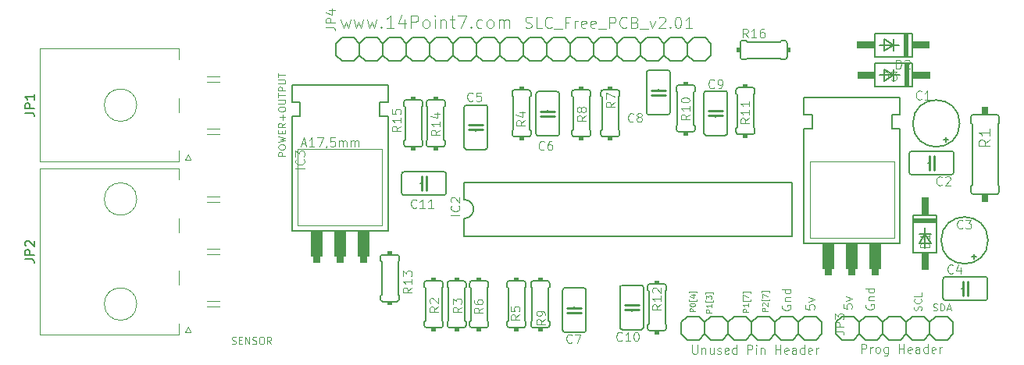
<source format=gto>
G04 #@! TF.GenerationSoftware,KiCad,Pcbnew,5.0.0+dfsg1-2*
G04 #@! TF.CreationDate,2019-01-23T11:39:39+01:00*
G04 #@! TF.ProjectId,SLC_Free_PCB,534C435F467265655F5043422E6B6963,rev?*
G04 #@! TF.SameCoordinates,Original*
G04 #@! TF.FileFunction,Legend,Top*
G04 #@! TF.FilePolarity,Positive*
%FSLAX46Y46*%
G04 Gerber Fmt 4.6, Leading zero omitted, Abs format (unit mm)*
G04 Created by KiCad (PCBNEW 5.0.0+dfsg1-2) date Wed Jan 23 11:39:39 2019*
%MOMM*%
%LPD*%
G01*
G04 APERTURE LIST*
%ADD10C,0.081280*%
%ADD11C,0.048768*%
%ADD12C,0.065024*%
%ADD13C,0.113792*%
%ADD14C,0.101600*%
%ADD15C,0.152400*%
%ADD16C,0.100000*%
%ADD17C,0.254000*%
%ADD18C,0.050800*%
%ADD19C,0.120000*%
%ADD20C,0.150000*%
%ADD21C,0.096520*%
%ADD22C,0.120650*%
G04 APERTURE END LIST*
D10*
X173179338Y-117990139D02*
X173179338Y-118449758D01*
X173638957Y-118495720D01*
X173592995Y-118449758D01*
X173547033Y-118357834D01*
X173547033Y-118128025D01*
X173592995Y-118036101D01*
X173638957Y-117990139D01*
X173730880Y-117944177D01*
X173960690Y-117944177D01*
X174052614Y-117990139D01*
X174098576Y-118036101D01*
X174144538Y-118128025D01*
X174144538Y-118357834D01*
X174098576Y-118449758D01*
X174052614Y-118495720D01*
X173501071Y-117622444D02*
X174144538Y-117392634D01*
X173501071Y-117162825D01*
X175638300Y-118020377D02*
X175592338Y-118112301D01*
X175592338Y-118250187D01*
X175638300Y-118388072D01*
X175730223Y-118479996D01*
X175822147Y-118525958D01*
X176005995Y-118571920D01*
X176143880Y-118571920D01*
X176327728Y-118525958D01*
X176419652Y-118479996D01*
X176511576Y-118388072D01*
X176557538Y-118250187D01*
X176557538Y-118158263D01*
X176511576Y-118020377D01*
X176465614Y-117974415D01*
X176143880Y-117974415D01*
X176143880Y-118158263D01*
X175914071Y-117560758D02*
X176557538Y-117560758D01*
X176005995Y-117560758D02*
X175960033Y-117514796D01*
X175914071Y-117422872D01*
X175914071Y-117284987D01*
X175960033Y-117193063D01*
X176051957Y-117147101D01*
X176557538Y-117147101D01*
X176557538Y-116273825D02*
X175592338Y-116273825D01*
X176511576Y-116273825D02*
X176557538Y-116365748D01*
X176557538Y-116549596D01*
X176511576Y-116641520D01*
X176465614Y-116687482D01*
X176373690Y-116733444D01*
X176097919Y-116733444D01*
X176005995Y-116687482D01*
X175960033Y-116641520D01*
X175914071Y-116549596D01*
X175914071Y-116365748D01*
X175960033Y-116273825D01*
X175158941Y-123283838D02*
X175158941Y-122318638D01*
X175526636Y-122318638D01*
X175618560Y-122364600D01*
X175664522Y-122410561D01*
X175710484Y-122502485D01*
X175710484Y-122640371D01*
X175664522Y-122732295D01*
X175618560Y-122778257D01*
X175526636Y-122824219D01*
X175158941Y-122824219D01*
X176124141Y-123283838D02*
X176124141Y-122640371D01*
X176124141Y-122824219D02*
X176170103Y-122732295D01*
X176216065Y-122686333D01*
X176307989Y-122640371D01*
X176399912Y-122640371D01*
X176859532Y-123283838D02*
X176767608Y-123237876D01*
X176721646Y-123191914D01*
X176675684Y-123099990D01*
X176675684Y-122824219D01*
X176721646Y-122732295D01*
X176767608Y-122686333D01*
X176859532Y-122640371D01*
X176997417Y-122640371D01*
X177089341Y-122686333D01*
X177135303Y-122732295D01*
X177181265Y-122824219D01*
X177181265Y-123099990D01*
X177135303Y-123191914D01*
X177089341Y-123237876D01*
X176997417Y-123283838D01*
X176859532Y-123283838D01*
X178008579Y-122640371D02*
X178008579Y-123421723D01*
X177962617Y-123513647D01*
X177916655Y-123559609D01*
X177824732Y-123605571D01*
X177686846Y-123605571D01*
X177594922Y-123559609D01*
X178008579Y-123237876D02*
X177916655Y-123283838D01*
X177732808Y-123283838D01*
X177640884Y-123237876D01*
X177594922Y-123191914D01*
X177548960Y-123099990D01*
X177548960Y-122824219D01*
X177594922Y-122732295D01*
X177640884Y-122686333D01*
X177732808Y-122640371D01*
X177916655Y-122640371D01*
X178008579Y-122686333D01*
X179203589Y-123283838D02*
X179203589Y-122318638D01*
X179203589Y-122778257D02*
X179755132Y-122778257D01*
X179755132Y-123283838D02*
X179755132Y-122318638D01*
X180582446Y-123237876D02*
X180490522Y-123283838D01*
X180306674Y-123283838D01*
X180214751Y-123237876D01*
X180168789Y-123145952D01*
X180168789Y-122778257D01*
X180214751Y-122686333D01*
X180306674Y-122640371D01*
X180490522Y-122640371D01*
X180582446Y-122686333D01*
X180628408Y-122778257D01*
X180628408Y-122870180D01*
X180168789Y-122962104D01*
X181455722Y-123283838D02*
X181455722Y-122778257D01*
X181409760Y-122686333D01*
X181317836Y-122640371D01*
X181133989Y-122640371D01*
X181042065Y-122686333D01*
X181455722Y-123237876D02*
X181363798Y-123283838D01*
X181133989Y-123283838D01*
X181042065Y-123237876D01*
X180996103Y-123145952D01*
X180996103Y-123054028D01*
X181042065Y-122962104D01*
X181133989Y-122916142D01*
X181363798Y-122916142D01*
X181455722Y-122870180D01*
X182328998Y-123283838D02*
X182328998Y-122318638D01*
X182328998Y-123237876D02*
X182237074Y-123283838D01*
X182053227Y-123283838D01*
X181961303Y-123237876D01*
X181915341Y-123191914D01*
X181869379Y-123099990D01*
X181869379Y-122824219D01*
X181915341Y-122732295D01*
X181961303Y-122686333D01*
X182053227Y-122640371D01*
X182237074Y-122640371D01*
X182328998Y-122686333D01*
X183156312Y-123237876D02*
X183064389Y-123283838D01*
X182880541Y-123283838D01*
X182788617Y-123237876D01*
X182742655Y-123145952D01*
X182742655Y-122778257D01*
X182788617Y-122686333D01*
X182880541Y-122640371D01*
X183064389Y-122640371D01*
X183156312Y-122686333D01*
X183202274Y-122778257D01*
X183202274Y-122870180D01*
X182742655Y-122962104D01*
X183615932Y-123283838D02*
X183615932Y-122640371D01*
X183615932Y-122824219D02*
X183661893Y-122732295D01*
X183707855Y-122686333D01*
X183799779Y-122640371D01*
X183891703Y-122640371D01*
X156820141Y-122420238D02*
X156820141Y-123201590D01*
X156866103Y-123293514D01*
X156912065Y-123339476D01*
X157003989Y-123385438D01*
X157187836Y-123385438D01*
X157279760Y-123339476D01*
X157325722Y-123293514D01*
X157371684Y-123201590D01*
X157371684Y-122420238D01*
X157831303Y-122741971D02*
X157831303Y-123385438D01*
X157831303Y-122833895D02*
X157877265Y-122787933D01*
X157969189Y-122741971D01*
X158107074Y-122741971D01*
X158198998Y-122787933D01*
X158244960Y-122879857D01*
X158244960Y-123385438D01*
X159118236Y-122741971D02*
X159118236Y-123385438D01*
X158704579Y-122741971D02*
X158704579Y-123247552D01*
X158750541Y-123339476D01*
X158842465Y-123385438D01*
X158980351Y-123385438D01*
X159072274Y-123339476D01*
X159118236Y-123293514D01*
X159531893Y-123339476D02*
X159623817Y-123385438D01*
X159807665Y-123385438D01*
X159899589Y-123339476D01*
X159945551Y-123247552D01*
X159945551Y-123201590D01*
X159899589Y-123109666D01*
X159807665Y-123063704D01*
X159669779Y-123063704D01*
X159577855Y-123017742D01*
X159531893Y-122925819D01*
X159531893Y-122879857D01*
X159577855Y-122787933D01*
X159669779Y-122741971D01*
X159807665Y-122741971D01*
X159899589Y-122787933D01*
X160726903Y-123339476D02*
X160634979Y-123385438D01*
X160451132Y-123385438D01*
X160359208Y-123339476D01*
X160313246Y-123247552D01*
X160313246Y-122879857D01*
X160359208Y-122787933D01*
X160451132Y-122741971D01*
X160634979Y-122741971D01*
X160726903Y-122787933D01*
X160772865Y-122879857D01*
X160772865Y-122971780D01*
X160313246Y-123063704D01*
X161600179Y-123385438D02*
X161600179Y-122420238D01*
X161600179Y-123339476D02*
X161508255Y-123385438D01*
X161324408Y-123385438D01*
X161232484Y-123339476D01*
X161186522Y-123293514D01*
X161140560Y-123201590D01*
X161140560Y-122925819D01*
X161186522Y-122833895D01*
X161232484Y-122787933D01*
X161324408Y-122741971D01*
X161508255Y-122741971D01*
X161600179Y-122787933D01*
X162795189Y-123385438D02*
X162795189Y-122420238D01*
X163162884Y-122420238D01*
X163254808Y-122466200D01*
X163300770Y-122512161D01*
X163346732Y-122604085D01*
X163346732Y-122741971D01*
X163300770Y-122833895D01*
X163254808Y-122879857D01*
X163162884Y-122925819D01*
X162795189Y-122925819D01*
X163760389Y-123385438D02*
X163760389Y-122741971D01*
X163760389Y-122420238D02*
X163714427Y-122466200D01*
X163760389Y-122512161D01*
X163806351Y-122466200D01*
X163760389Y-122420238D01*
X163760389Y-122512161D01*
X164220008Y-122741971D02*
X164220008Y-123385438D01*
X164220008Y-122833895D02*
X164265970Y-122787933D01*
X164357893Y-122741971D01*
X164495779Y-122741971D01*
X164587703Y-122787933D01*
X164633665Y-122879857D01*
X164633665Y-123385438D01*
X165828674Y-123385438D02*
X165828674Y-122420238D01*
X165828674Y-122879857D02*
X166380217Y-122879857D01*
X166380217Y-123385438D02*
X166380217Y-122420238D01*
X167207532Y-123339476D02*
X167115608Y-123385438D01*
X166931760Y-123385438D01*
X166839836Y-123339476D01*
X166793874Y-123247552D01*
X166793874Y-122879857D01*
X166839836Y-122787933D01*
X166931760Y-122741971D01*
X167115608Y-122741971D01*
X167207532Y-122787933D01*
X167253493Y-122879857D01*
X167253493Y-122971780D01*
X166793874Y-123063704D01*
X168080808Y-123385438D02*
X168080808Y-122879857D01*
X168034846Y-122787933D01*
X167942922Y-122741971D01*
X167759074Y-122741971D01*
X167667151Y-122787933D01*
X168080808Y-123339476D02*
X167988884Y-123385438D01*
X167759074Y-123385438D01*
X167667151Y-123339476D01*
X167621189Y-123247552D01*
X167621189Y-123155628D01*
X167667151Y-123063704D01*
X167759074Y-123017742D01*
X167988884Y-123017742D01*
X168080808Y-122971780D01*
X168954084Y-123385438D02*
X168954084Y-122420238D01*
X168954084Y-123339476D02*
X168862160Y-123385438D01*
X168678312Y-123385438D01*
X168586389Y-123339476D01*
X168540427Y-123293514D01*
X168494465Y-123201590D01*
X168494465Y-122925819D01*
X168540427Y-122833895D01*
X168586389Y-122787933D01*
X168678312Y-122741971D01*
X168862160Y-122741971D01*
X168954084Y-122787933D01*
X169781398Y-123339476D02*
X169689474Y-123385438D01*
X169505627Y-123385438D01*
X169413703Y-123339476D01*
X169367741Y-123247552D01*
X169367741Y-122879857D01*
X169413703Y-122787933D01*
X169505627Y-122741971D01*
X169689474Y-122741971D01*
X169781398Y-122787933D01*
X169827360Y-122879857D01*
X169827360Y-122971780D01*
X169367741Y-123063704D01*
X170241017Y-123385438D02*
X170241017Y-122741971D01*
X170241017Y-122925819D02*
X170286979Y-122833895D01*
X170332941Y-122787933D01*
X170424865Y-122741971D01*
X170516789Y-122741971D01*
X169089938Y-118066339D02*
X169089938Y-118525958D01*
X169549557Y-118571920D01*
X169503595Y-118525958D01*
X169457633Y-118434034D01*
X169457633Y-118204225D01*
X169503595Y-118112301D01*
X169549557Y-118066339D01*
X169641480Y-118020377D01*
X169871290Y-118020377D01*
X169963214Y-118066339D01*
X170009176Y-118112301D01*
X170055138Y-118204225D01*
X170055138Y-118434034D01*
X170009176Y-118525958D01*
X169963214Y-118571920D01*
X169411671Y-117698644D02*
X170055138Y-117468834D01*
X169411671Y-117239025D01*
X166570500Y-118096577D02*
X166524538Y-118188501D01*
X166524538Y-118326387D01*
X166570500Y-118464272D01*
X166662423Y-118556196D01*
X166754347Y-118602158D01*
X166938195Y-118648120D01*
X167076080Y-118648120D01*
X167259928Y-118602158D01*
X167351852Y-118556196D01*
X167443776Y-118464272D01*
X167489738Y-118326387D01*
X167489738Y-118234463D01*
X167443776Y-118096577D01*
X167397814Y-118050615D01*
X167076080Y-118050615D01*
X167076080Y-118234463D01*
X166846271Y-117636958D02*
X167489738Y-117636958D01*
X166938195Y-117636958D02*
X166892233Y-117590996D01*
X166846271Y-117499072D01*
X166846271Y-117361187D01*
X166892233Y-117269263D01*
X166984157Y-117223301D01*
X167489738Y-117223301D01*
X167489738Y-116350025D02*
X166524538Y-116350025D01*
X167443776Y-116350025D02*
X167489738Y-116441948D01*
X167489738Y-116625796D01*
X167443776Y-116717720D01*
X167397814Y-116763682D01*
X167305890Y-116809644D01*
X167030119Y-116809644D01*
X166938195Y-116763682D01*
X166892233Y-116717720D01*
X166846271Y-116625796D01*
X166846271Y-116441948D01*
X166892233Y-116350025D01*
D11*
X157119522Y-118766015D02*
X156540402Y-118766015D01*
X156540402Y-118545397D01*
X156567980Y-118490243D01*
X156595557Y-118462666D01*
X156650711Y-118435089D01*
X156733442Y-118435089D01*
X156788597Y-118462666D01*
X156816174Y-118490243D01*
X156843751Y-118545397D01*
X156843751Y-118766015D01*
X156540402Y-118076586D02*
X156540402Y-118021432D01*
X156567980Y-117966277D01*
X156595557Y-117938700D01*
X156650711Y-117911123D01*
X156761020Y-117883546D01*
X156898905Y-117883546D01*
X157009214Y-117911123D01*
X157064368Y-117938700D01*
X157091945Y-117966277D01*
X157119522Y-118021432D01*
X157119522Y-118076586D01*
X157091945Y-118131740D01*
X157064368Y-118159317D01*
X157009214Y-118186895D01*
X156898905Y-118214472D01*
X156761020Y-118214472D01*
X156650711Y-118186895D01*
X156595557Y-118159317D01*
X156567980Y-118131740D01*
X156540402Y-118076586D01*
X157312562Y-117469889D02*
X157312562Y-117607775D01*
X156485248Y-117607775D01*
X156485248Y-117469889D01*
X156733442Y-117001077D02*
X157119522Y-117001077D01*
X156512825Y-117138963D02*
X156926482Y-117276849D01*
X156926482Y-116918346D01*
X157312562Y-116752883D02*
X157312562Y-116614997D01*
X156485248Y-116614997D01*
X156485248Y-116752883D01*
X158897522Y-118893015D02*
X158318402Y-118893015D01*
X158318402Y-118672397D01*
X158345980Y-118617243D01*
X158373557Y-118589666D01*
X158428711Y-118562089D01*
X158511442Y-118562089D01*
X158566597Y-118589666D01*
X158594174Y-118617243D01*
X158621751Y-118672397D01*
X158621751Y-118893015D01*
X158897522Y-118010546D02*
X158897522Y-118341472D01*
X158897522Y-118176009D02*
X158318402Y-118176009D01*
X158401134Y-118231163D01*
X158456288Y-118286317D01*
X158483865Y-118341472D01*
X159090562Y-117596889D02*
X159090562Y-117734775D01*
X158263248Y-117734775D01*
X158263248Y-117596889D01*
X158318402Y-117431426D02*
X158318402Y-117072923D01*
X158539020Y-117265963D01*
X158539020Y-117183232D01*
X158566597Y-117128077D01*
X158594174Y-117100500D01*
X158649328Y-117072923D01*
X158787214Y-117072923D01*
X158842368Y-117100500D01*
X158869945Y-117128077D01*
X158897522Y-117183232D01*
X158897522Y-117348695D01*
X158869945Y-117403849D01*
X158842368Y-117431426D01*
X159090562Y-116879883D02*
X159090562Y-116741997D01*
X158263248Y-116741997D01*
X158263248Y-116879883D01*
X162910722Y-118816815D02*
X162331602Y-118816815D01*
X162331602Y-118596197D01*
X162359180Y-118541043D01*
X162386757Y-118513466D01*
X162441911Y-118485889D01*
X162524642Y-118485889D01*
X162579797Y-118513466D01*
X162607374Y-118541043D01*
X162634951Y-118596197D01*
X162634951Y-118816815D01*
X162910722Y-117934346D02*
X162910722Y-118265272D01*
X162910722Y-118099809D02*
X162331602Y-118099809D01*
X162414334Y-118154963D01*
X162469488Y-118210117D01*
X162497065Y-118265272D01*
X163103762Y-117520689D02*
X163103762Y-117658575D01*
X162276448Y-117658575D01*
X162276448Y-117520689D01*
X162331602Y-117355226D02*
X162331602Y-116969146D01*
X162910722Y-117217340D01*
X163103762Y-116803683D02*
X163103762Y-116665797D01*
X162276448Y-116665797D01*
X162276448Y-116803683D01*
X164968122Y-118740615D02*
X164389002Y-118740615D01*
X164389002Y-118519997D01*
X164416580Y-118464843D01*
X164444157Y-118437266D01*
X164499311Y-118409689D01*
X164582042Y-118409689D01*
X164637197Y-118437266D01*
X164664774Y-118464843D01*
X164692351Y-118519997D01*
X164692351Y-118740615D01*
X164444157Y-118189072D02*
X164416580Y-118161495D01*
X164389002Y-118106340D01*
X164389002Y-117968455D01*
X164416580Y-117913300D01*
X164444157Y-117885723D01*
X164499311Y-117858146D01*
X164554465Y-117858146D01*
X164637197Y-117885723D01*
X164968122Y-118216649D01*
X164968122Y-117858146D01*
X165161162Y-117444489D02*
X165161162Y-117582375D01*
X164333848Y-117582375D01*
X164333848Y-117444489D01*
X164389002Y-117279026D02*
X164389002Y-116892946D01*
X164968122Y-117141140D01*
X165161162Y-116727483D02*
X165161162Y-116589597D01*
X164333848Y-116589597D01*
X164333848Y-116727483D01*
D12*
X106896291Y-122275820D02*
X107006600Y-122312590D01*
X107190447Y-122312590D01*
X107263986Y-122275820D01*
X107300756Y-122239051D01*
X107337525Y-122165512D01*
X107337525Y-122091973D01*
X107300756Y-122018434D01*
X107263986Y-121981664D01*
X107190447Y-121944895D01*
X107043369Y-121908125D01*
X106969830Y-121871356D01*
X106933061Y-121834586D01*
X106896291Y-121761047D01*
X106896291Y-121687508D01*
X106933061Y-121613969D01*
X106969830Y-121577200D01*
X107043369Y-121540430D01*
X107227217Y-121540430D01*
X107337525Y-121577200D01*
X107668451Y-121908125D02*
X107925838Y-121908125D01*
X108036146Y-122312590D02*
X107668451Y-122312590D01*
X107668451Y-121540430D01*
X108036146Y-121540430D01*
X108367072Y-122312590D02*
X108367072Y-121540430D01*
X108808306Y-122312590D01*
X108808306Y-121540430D01*
X109139232Y-122275820D02*
X109249541Y-122312590D01*
X109433388Y-122312590D01*
X109506927Y-122275820D01*
X109543697Y-122239051D01*
X109580466Y-122165512D01*
X109580466Y-122091973D01*
X109543697Y-122018434D01*
X109506927Y-121981664D01*
X109433388Y-121944895D01*
X109286310Y-121908125D01*
X109212771Y-121871356D01*
X109176002Y-121834586D01*
X109139232Y-121761047D01*
X109139232Y-121687508D01*
X109176002Y-121613969D01*
X109212771Y-121577200D01*
X109286310Y-121540430D01*
X109470158Y-121540430D01*
X109580466Y-121577200D01*
X110058470Y-121540430D02*
X110205548Y-121540430D01*
X110279087Y-121577200D01*
X110352626Y-121650739D01*
X110389396Y-121797817D01*
X110389396Y-122055203D01*
X110352626Y-122202281D01*
X110279087Y-122275820D01*
X110205548Y-122312590D01*
X110058470Y-122312590D01*
X109984931Y-122275820D01*
X109911392Y-122202281D01*
X109874622Y-122055203D01*
X109874622Y-121797817D01*
X109911392Y-121650739D01*
X109984931Y-121577200D01*
X110058470Y-121540430D01*
X111161556Y-122312590D02*
X110904169Y-121944895D01*
X110720322Y-122312590D02*
X110720322Y-121540430D01*
X111014478Y-121540430D01*
X111088017Y-121577200D01*
X111124786Y-121613969D01*
X111161556Y-121687508D01*
X111161556Y-121797817D01*
X111124786Y-121871356D01*
X111088017Y-121908125D01*
X111014478Y-121944895D01*
X110720322Y-121944895D01*
X112711130Y-101920086D02*
X111938970Y-101920086D01*
X111938970Y-101625930D01*
X111975740Y-101552391D01*
X112012509Y-101515622D01*
X112086048Y-101478852D01*
X112196357Y-101478852D01*
X112269896Y-101515622D01*
X112306665Y-101552391D01*
X112343435Y-101625930D01*
X112343435Y-101920086D01*
X111938970Y-101000848D02*
X111938970Y-100853770D01*
X111975740Y-100780231D01*
X112049279Y-100706692D01*
X112196357Y-100669922D01*
X112453743Y-100669922D01*
X112600821Y-100706692D01*
X112674360Y-100780231D01*
X112711130Y-100853770D01*
X112711130Y-101000848D01*
X112674360Y-101074387D01*
X112600821Y-101147926D01*
X112453743Y-101184696D01*
X112196357Y-101184696D01*
X112049279Y-101147926D01*
X111975740Y-101074387D01*
X111938970Y-101000848D01*
X111938970Y-100412536D02*
X112711130Y-100228688D01*
X112159587Y-100081610D01*
X112711130Y-99934532D01*
X111938970Y-99750684D01*
X112306665Y-99456528D02*
X112306665Y-99199142D01*
X112711130Y-99088833D02*
X112711130Y-99456528D01*
X111938970Y-99456528D01*
X111938970Y-99088833D01*
X112711130Y-98316673D02*
X112343435Y-98574060D01*
X112711130Y-98757907D02*
X111938970Y-98757907D01*
X111938970Y-98463751D01*
X111975740Y-98390212D01*
X112012509Y-98353442D01*
X112086048Y-98316673D01*
X112196357Y-98316673D01*
X112269896Y-98353442D01*
X112306665Y-98390212D01*
X112343435Y-98463751D01*
X112343435Y-98757907D01*
X112416974Y-97985747D02*
X112416974Y-97397435D01*
X112711130Y-97691591D02*
X112122818Y-97691591D01*
X111938970Y-96882662D02*
X111938970Y-96735583D01*
X111975740Y-96662044D01*
X112049279Y-96588505D01*
X112196357Y-96551736D01*
X112453743Y-96551736D01*
X112600821Y-96588505D01*
X112674360Y-96662044D01*
X112711130Y-96735583D01*
X112711130Y-96882662D01*
X112674360Y-96956201D01*
X112600821Y-97029740D01*
X112453743Y-97066509D01*
X112196357Y-97066509D01*
X112049279Y-97029740D01*
X111975740Y-96956201D01*
X111938970Y-96882662D01*
X111938970Y-96220810D02*
X112564052Y-96220810D01*
X112637591Y-96184041D01*
X112674360Y-96147271D01*
X112711130Y-96073732D01*
X112711130Y-95926654D01*
X112674360Y-95853115D01*
X112637591Y-95816345D01*
X112564052Y-95779576D01*
X111938970Y-95779576D01*
X111938970Y-95522189D02*
X111938970Y-95080955D01*
X112711130Y-95301572D02*
X111938970Y-95301572D01*
X112711130Y-94823568D02*
X111938970Y-94823568D01*
X111938970Y-94529412D01*
X111975740Y-94455873D01*
X112012509Y-94419103D01*
X112086048Y-94382334D01*
X112196357Y-94382334D01*
X112269896Y-94419103D01*
X112306665Y-94455873D01*
X112343435Y-94529412D01*
X112343435Y-94823568D01*
X111938970Y-94051408D02*
X112564052Y-94051408D01*
X112637591Y-94014639D01*
X112674360Y-93977869D01*
X112711130Y-93904330D01*
X112711130Y-93757252D01*
X112674360Y-93683713D01*
X112637591Y-93646943D01*
X112564052Y-93610174D01*
X111938970Y-93610174D01*
X111938970Y-93352787D02*
X111938970Y-92911553D01*
X112711130Y-93132170D02*
X111938970Y-93132170D01*
D13*
X118729904Y-87084000D02*
X118987291Y-87984853D01*
X119244678Y-87341386D01*
X119502064Y-87984853D01*
X119759451Y-87084000D01*
X120145531Y-87084000D02*
X120402918Y-87984853D01*
X120660304Y-87341386D01*
X120917691Y-87984853D01*
X121175078Y-87084000D01*
X121561158Y-87084000D02*
X121818544Y-87984853D01*
X122075931Y-87341386D01*
X122333318Y-87984853D01*
X122590704Y-87084000D01*
X123105478Y-87856160D02*
X123169824Y-87920506D01*
X123105478Y-87984853D01*
X123041131Y-87920506D01*
X123105478Y-87856160D01*
X123105478Y-87984853D01*
X124456758Y-87984853D02*
X123684598Y-87984853D01*
X124070678Y-87984853D02*
X124070678Y-86633573D01*
X123941984Y-86826613D01*
X123813291Y-86955306D01*
X123684598Y-87019653D01*
X125614998Y-87084000D02*
X125614998Y-87984853D01*
X125293264Y-86569226D02*
X124971531Y-87534426D01*
X125808038Y-87534426D01*
X126322811Y-87984853D02*
X126322811Y-86633573D01*
X126837584Y-86633573D01*
X126966278Y-86697920D01*
X127030624Y-86762266D01*
X127094971Y-86890960D01*
X127094971Y-87084000D01*
X127030624Y-87212693D01*
X126966278Y-87277040D01*
X126837584Y-87341386D01*
X126322811Y-87341386D01*
X127867131Y-87984853D02*
X127738438Y-87920506D01*
X127674091Y-87856160D01*
X127609744Y-87727466D01*
X127609744Y-87341386D01*
X127674091Y-87212693D01*
X127738438Y-87148346D01*
X127867131Y-87084000D01*
X128060171Y-87084000D01*
X128188864Y-87148346D01*
X128253211Y-87212693D01*
X128317558Y-87341386D01*
X128317558Y-87727466D01*
X128253211Y-87856160D01*
X128188864Y-87920506D01*
X128060171Y-87984853D01*
X127867131Y-87984853D01*
X128896678Y-87984853D02*
X128896678Y-87084000D01*
X128896678Y-86633573D02*
X128832331Y-86697920D01*
X128896678Y-86762266D01*
X128961024Y-86697920D01*
X128896678Y-86633573D01*
X128896678Y-86762266D01*
X129540144Y-87084000D02*
X129540144Y-87984853D01*
X129540144Y-87212693D02*
X129604491Y-87148346D01*
X129733184Y-87084000D01*
X129926224Y-87084000D01*
X130054918Y-87148346D01*
X130119264Y-87277040D01*
X130119264Y-87984853D01*
X130569691Y-87084000D02*
X131084464Y-87084000D01*
X130762731Y-86633573D02*
X130762731Y-87791813D01*
X130827078Y-87920506D01*
X130955771Y-87984853D01*
X131084464Y-87984853D01*
X131406198Y-86633573D02*
X132307051Y-86633573D01*
X131727931Y-87984853D01*
X132821824Y-87856160D02*
X132886171Y-87920506D01*
X132821824Y-87984853D01*
X132757478Y-87920506D01*
X132821824Y-87856160D01*
X132821824Y-87984853D01*
X134044411Y-87920506D02*
X133915718Y-87984853D01*
X133658331Y-87984853D01*
X133529638Y-87920506D01*
X133465291Y-87856160D01*
X133400944Y-87727466D01*
X133400944Y-87341386D01*
X133465291Y-87212693D01*
X133529638Y-87148346D01*
X133658331Y-87084000D01*
X133915718Y-87084000D01*
X134044411Y-87148346D01*
X134816571Y-87984853D02*
X134687878Y-87920506D01*
X134623531Y-87856160D01*
X134559184Y-87727466D01*
X134559184Y-87341386D01*
X134623531Y-87212693D01*
X134687878Y-87148346D01*
X134816571Y-87084000D01*
X135009611Y-87084000D01*
X135138304Y-87148346D01*
X135202651Y-87212693D01*
X135266998Y-87341386D01*
X135266998Y-87727466D01*
X135202651Y-87856160D01*
X135138304Y-87920506D01*
X135009611Y-87984853D01*
X134816571Y-87984853D01*
X135846118Y-87984853D02*
X135846118Y-87084000D01*
X135846118Y-87212693D02*
X135910464Y-87148346D01*
X136039158Y-87084000D01*
X136232198Y-87084000D01*
X136360891Y-87148346D01*
X136425238Y-87277040D01*
X136425238Y-87984853D01*
X136425238Y-87277040D02*
X136489584Y-87148346D01*
X136618278Y-87084000D01*
X136811318Y-87084000D01*
X136940011Y-87148346D01*
X137004358Y-87277040D01*
X137004358Y-87984853D01*
D12*
X181609960Y-118644656D02*
X181646730Y-118534347D01*
X181646730Y-118350500D01*
X181609960Y-118276961D01*
X181573191Y-118240191D01*
X181499652Y-118203422D01*
X181426113Y-118203422D01*
X181352574Y-118240191D01*
X181315804Y-118276961D01*
X181279035Y-118350500D01*
X181242265Y-118497578D01*
X181205496Y-118571117D01*
X181168726Y-118607886D01*
X181095187Y-118644656D01*
X181021648Y-118644656D01*
X180948109Y-118607886D01*
X180911340Y-118571117D01*
X180874570Y-118497578D01*
X180874570Y-118313730D01*
X180911340Y-118203422D01*
X181573191Y-117431262D02*
X181609960Y-117468031D01*
X181646730Y-117578340D01*
X181646730Y-117651879D01*
X181609960Y-117762187D01*
X181536421Y-117835726D01*
X181462882Y-117872496D01*
X181315804Y-117909265D01*
X181205496Y-117909265D01*
X181058418Y-117872496D01*
X180984879Y-117835726D01*
X180911340Y-117762187D01*
X180874570Y-117651879D01*
X180874570Y-117578340D01*
X180911340Y-117468031D01*
X180948109Y-117431262D01*
X181646730Y-116732641D02*
X181646730Y-117100336D01*
X180874570Y-117100336D01*
X182920910Y-118669020D02*
X183031219Y-118705790D01*
X183215066Y-118705790D01*
X183288605Y-118669020D01*
X183325375Y-118632251D01*
X183362144Y-118558712D01*
X183362144Y-118485173D01*
X183325375Y-118411634D01*
X183288605Y-118374864D01*
X183215066Y-118338095D01*
X183067988Y-118301325D01*
X182994449Y-118264556D01*
X182957680Y-118227786D01*
X182920910Y-118154247D01*
X182920910Y-118080708D01*
X182957680Y-118007169D01*
X182994449Y-117970400D01*
X183067988Y-117933630D01*
X183251836Y-117933630D01*
X183362144Y-117970400D01*
X183693070Y-118705790D02*
X183693070Y-117933630D01*
X183876918Y-117933630D01*
X183987226Y-117970400D01*
X184060765Y-118043939D01*
X184097535Y-118117478D01*
X184134304Y-118264556D01*
X184134304Y-118374864D01*
X184097535Y-118521942D01*
X184060765Y-118595481D01*
X183987226Y-118669020D01*
X183876918Y-118705790D01*
X183693070Y-118705790D01*
X184428461Y-118485173D02*
X184796156Y-118485173D01*
X184354922Y-118705790D02*
X184612308Y-117933630D01*
X184869695Y-118705790D01*
D14*
X138723149Y-87959695D02*
X138895506Y-88017147D01*
X139182768Y-88017147D01*
X139297673Y-87959695D01*
X139355125Y-87902242D01*
X139412578Y-87787338D01*
X139412578Y-87672433D01*
X139355125Y-87557528D01*
X139297673Y-87500076D01*
X139182768Y-87442623D01*
X138952959Y-87385171D01*
X138838054Y-87327719D01*
X138780601Y-87270266D01*
X138723149Y-87155361D01*
X138723149Y-87040457D01*
X138780601Y-86925552D01*
X138838054Y-86868100D01*
X138952959Y-86810647D01*
X139240220Y-86810647D01*
X139412578Y-86868100D01*
X140504173Y-88017147D02*
X139929649Y-88017147D01*
X139929649Y-86810647D01*
X141595768Y-87902242D02*
X141538316Y-87959695D01*
X141365959Y-88017147D01*
X141251054Y-88017147D01*
X141078697Y-87959695D01*
X140963792Y-87844790D01*
X140906340Y-87729885D01*
X140848887Y-87500076D01*
X140848887Y-87327719D01*
X140906340Y-87097909D01*
X140963792Y-86983004D01*
X141078697Y-86868100D01*
X141251054Y-86810647D01*
X141365959Y-86810647D01*
X141538316Y-86868100D01*
X141595768Y-86925552D01*
X141825578Y-88132052D02*
X142744816Y-88132052D01*
X143434244Y-87385171D02*
X143032078Y-87385171D01*
X143032078Y-88017147D02*
X143032078Y-86810647D01*
X143606601Y-86810647D01*
X144066220Y-88017147D02*
X144066220Y-87212814D01*
X144066220Y-87442623D02*
X144123673Y-87327719D01*
X144181125Y-87270266D01*
X144296030Y-87212814D01*
X144410935Y-87212814D01*
X145272720Y-87959695D02*
X145157816Y-88017147D01*
X144928006Y-88017147D01*
X144813101Y-87959695D01*
X144755649Y-87844790D01*
X144755649Y-87385171D01*
X144813101Y-87270266D01*
X144928006Y-87212814D01*
X145157816Y-87212814D01*
X145272720Y-87270266D01*
X145330173Y-87385171D01*
X145330173Y-87500076D01*
X144755649Y-87614980D01*
X146306863Y-87959695D02*
X146191959Y-88017147D01*
X145962149Y-88017147D01*
X145847244Y-87959695D01*
X145789792Y-87844790D01*
X145789792Y-87385171D01*
X145847244Y-87270266D01*
X145962149Y-87212814D01*
X146191959Y-87212814D01*
X146306863Y-87270266D01*
X146364316Y-87385171D01*
X146364316Y-87500076D01*
X145789792Y-87614980D01*
X146594125Y-88132052D02*
X147513363Y-88132052D01*
X147800625Y-88017147D02*
X147800625Y-86810647D01*
X148260244Y-86810647D01*
X148375149Y-86868100D01*
X148432601Y-86925552D01*
X148490054Y-87040457D01*
X148490054Y-87212814D01*
X148432601Y-87327719D01*
X148375149Y-87385171D01*
X148260244Y-87442623D01*
X147800625Y-87442623D01*
X149696554Y-87902242D02*
X149639101Y-87959695D01*
X149466744Y-88017147D01*
X149351840Y-88017147D01*
X149179482Y-87959695D01*
X149064578Y-87844790D01*
X149007125Y-87729885D01*
X148949673Y-87500076D01*
X148949673Y-87327719D01*
X149007125Y-87097909D01*
X149064578Y-86983004D01*
X149179482Y-86868100D01*
X149351840Y-86810647D01*
X149466744Y-86810647D01*
X149639101Y-86868100D01*
X149696554Y-86925552D01*
X150615792Y-87385171D02*
X150788149Y-87442623D01*
X150845601Y-87500076D01*
X150903054Y-87614980D01*
X150903054Y-87787338D01*
X150845601Y-87902242D01*
X150788149Y-87959695D01*
X150673244Y-88017147D01*
X150213625Y-88017147D01*
X150213625Y-86810647D01*
X150615792Y-86810647D01*
X150730697Y-86868100D01*
X150788149Y-86925552D01*
X150845601Y-87040457D01*
X150845601Y-87155361D01*
X150788149Y-87270266D01*
X150730697Y-87327719D01*
X150615792Y-87385171D01*
X150213625Y-87385171D01*
X151132863Y-88132052D02*
X152052101Y-88132052D01*
X152224459Y-87212814D02*
X152511720Y-88017147D01*
X152798982Y-87212814D01*
X153201149Y-86925552D02*
X153258601Y-86868100D01*
X153373506Y-86810647D01*
X153660768Y-86810647D01*
X153775673Y-86868100D01*
X153833125Y-86925552D01*
X153890578Y-87040457D01*
X153890578Y-87155361D01*
X153833125Y-87327719D01*
X153143697Y-88017147D01*
X153890578Y-88017147D01*
X154407649Y-87902242D02*
X154465101Y-87959695D01*
X154407649Y-88017147D01*
X154350197Y-87959695D01*
X154407649Y-87902242D01*
X154407649Y-88017147D01*
X155211982Y-86810647D02*
X155326887Y-86810647D01*
X155441792Y-86868100D01*
X155499244Y-86925552D01*
X155556697Y-87040457D01*
X155614149Y-87270266D01*
X155614149Y-87557528D01*
X155556697Y-87787338D01*
X155499244Y-87902242D01*
X155441792Y-87959695D01*
X155326887Y-88017147D01*
X155211982Y-88017147D01*
X155097078Y-87959695D01*
X155039625Y-87902242D01*
X154982173Y-87787338D01*
X154924720Y-87557528D01*
X154924720Y-87270266D01*
X154982173Y-87040457D01*
X155039625Y-86925552D01*
X155097078Y-86868100D01*
X155211982Y-86810647D01*
X156763197Y-88017147D02*
X156073768Y-88017147D01*
X156418482Y-88017147D02*
X156418482Y-86810647D01*
X156303578Y-86983004D01*
X156188673Y-87097909D01*
X156073768Y-87155361D01*
D15*
G04 #@! TO.C,IC2*
X132077300Y-108674000D02*
G75*
G03X132077300Y-106642000I0J1016000D01*
G01*
X132077300Y-110579000D02*
X132077300Y-108674000D01*
X132077300Y-104737000D02*
X132077300Y-106642000D01*
X167637300Y-104737000D02*
X167637300Y-110579000D01*
X132077300Y-110579000D02*
X167637300Y-110579000D01*
X167637300Y-104737000D02*
X132077300Y-104737000D01*
D16*
G04 #@! TO.C,R13*
G36*
X123771500Y-112230000D02*
X123771500Y-112611000D01*
X124279500Y-112611000D01*
X124279500Y-112230000D01*
X123771500Y-112230000D01*
G37*
G36*
X123771500Y-117691000D02*
X123771500Y-118072000D01*
X124279500Y-118072000D01*
X124279500Y-117691000D01*
X123771500Y-117691000D01*
G37*
D15*
X123263500Y-117691000D02*
X124787500Y-117691000D01*
X123009500Y-117437000D02*
X123009500Y-117056000D01*
X125041500Y-117437000D02*
X125041500Y-117056000D01*
X123136500Y-116929000D02*
X123136500Y-113373000D01*
X123136500Y-116929000D02*
X123009500Y-117056000D01*
X124914500Y-116929000D02*
X124914500Y-113373000D01*
X124914500Y-116929000D02*
X125041500Y-117056000D01*
X123136500Y-113373000D02*
X123009500Y-113246000D01*
X123009500Y-112865000D02*
X123009500Y-113246000D01*
X124914500Y-113373000D02*
X125041500Y-113246000D01*
X125041500Y-112865000D02*
X125041500Y-113246000D01*
X123263500Y-112611000D02*
X124787500Y-112611000D01*
X124787500Y-117691000D02*
G75*
G03X125041500Y-117437000I0J254000D01*
G01*
X123263500Y-117691000D02*
G75*
G02X123009500Y-117437000I0J254000D01*
G01*
X123009500Y-112865000D02*
G75*
G02X123263500Y-112611000I254000J0D01*
G01*
X125041500Y-112865000D02*
G75*
G03X124787500Y-112611000I-254000J0D01*
G01*
D16*
G04 #@! TO.C,R4*
G36*
X138046300Y-94348400D02*
X138046300Y-94729400D01*
X138554300Y-94729400D01*
X138554300Y-94348400D01*
X138046300Y-94348400D01*
G37*
G36*
X138046300Y-99809400D02*
X138046300Y-100190400D01*
X138554300Y-100190400D01*
X138554300Y-99809400D01*
X138046300Y-99809400D01*
G37*
D15*
X137538300Y-99809400D02*
X139062300Y-99809400D01*
X137284300Y-99555400D02*
X137284300Y-99174400D01*
X139316300Y-99555400D02*
X139316300Y-99174400D01*
X137411300Y-99047400D02*
X137411300Y-95491400D01*
X137411300Y-99047400D02*
X137284300Y-99174400D01*
X139189300Y-99047400D02*
X139189300Y-95491400D01*
X139189300Y-99047400D02*
X139316300Y-99174400D01*
X137411300Y-95491400D02*
X137284300Y-95364400D01*
X137284300Y-94983400D02*
X137284300Y-95364400D01*
X139189300Y-95491400D02*
X139316300Y-95364400D01*
X139316300Y-94983400D02*
X139316300Y-95364400D01*
X137538300Y-94729400D02*
X139062300Y-94729400D01*
X139062300Y-99809400D02*
G75*
G03X139316300Y-99555400I0J254000D01*
G01*
X137538300Y-99809400D02*
G75*
G02X137284300Y-99555400I0J254000D01*
G01*
X137284300Y-94983400D02*
G75*
G02X137538300Y-94729400I254000J0D01*
G01*
X139316300Y-94983400D02*
G75*
G03X139062300Y-94729400I-254000J0D01*
G01*
D16*
G04 #@! TO.C,R12*
G36*
X152727500Y-115405000D02*
X152727500Y-115786000D01*
X153235500Y-115786000D01*
X153235500Y-115405000D01*
X152727500Y-115405000D01*
G37*
G36*
X152727500Y-120866000D02*
X152727500Y-121247000D01*
X153235500Y-121247000D01*
X153235500Y-120866000D01*
X152727500Y-120866000D01*
G37*
D15*
X152219500Y-120866000D02*
X153743500Y-120866000D01*
X151965500Y-120612000D02*
X151965500Y-120231000D01*
X153997500Y-120612000D02*
X153997500Y-120231000D01*
X152092500Y-120104000D02*
X152092500Y-116548000D01*
X152092500Y-120104000D02*
X151965500Y-120231000D01*
X153870500Y-120104000D02*
X153870500Y-116548000D01*
X153870500Y-120104000D02*
X153997500Y-120231000D01*
X152092500Y-116548000D02*
X151965500Y-116421000D01*
X151965500Y-116040000D02*
X151965500Y-116421000D01*
X153870500Y-116548000D02*
X153997500Y-116421000D01*
X153997500Y-116040000D02*
X153997500Y-116421000D01*
X152219500Y-115786000D02*
X153743500Y-115786000D01*
X153743500Y-120866000D02*
G75*
G03X153997500Y-120612000I0J254000D01*
G01*
X152219500Y-120866000D02*
G75*
G02X151965500Y-120612000I0J254000D01*
G01*
X151965500Y-116040000D02*
G75*
G02X152219500Y-115786000I254000J0D01*
G01*
X153997500Y-116040000D02*
G75*
G03X153743500Y-115786000I-254000J0D01*
G01*
D16*
G04 #@! TO.C,R10*
G36*
X156359700Y-99657000D02*
X156359700Y-99276000D01*
X155851700Y-99276000D01*
X155851700Y-99657000D01*
X156359700Y-99657000D01*
G37*
G36*
X156359700Y-94196000D02*
X156359700Y-93815000D01*
X155851700Y-93815000D01*
X155851700Y-94196000D01*
X156359700Y-94196000D01*
G37*
D15*
X156867700Y-94196000D02*
X155343700Y-94196000D01*
X157121700Y-94450000D02*
X157121700Y-94831000D01*
X155089700Y-94450000D02*
X155089700Y-94831000D01*
X156994700Y-94958000D02*
X156994700Y-98514000D01*
X156994700Y-94958000D02*
X157121700Y-94831000D01*
X155216700Y-94958000D02*
X155216700Y-98514000D01*
X155216700Y-94958000D02*
X155089700Y-94831000D01*
X156994700Y-98514000D02*
X157121700Y-98641000D01*
X157121700Y-99022000D02*
X157121700Y-98641000D01*
X155216700Y-98514000D02*
X155089700Y-98641000D01*
X155089700Y-99022000D02*
X155089700Y-98641000D01*
X156867700Y-99276000D02*
X155343700Y-99276000D01*
X155343700Y-94196000D02*
G75*
G03X155089700Y-94450000I0J-254000D01*
G01*
X156867700Y-94196000D02*
G75*
G02X157121700Y-94450000I0J-254000D01*
G01*
X157121700Y-99022000D02*
G75*
G02X156867700Y-99276000I-254000J0D01*
G01*
X155089700Y-99022000D02*
G75*
G03X155343700Y-99276000I254000J0D01*
G01*
G04 #@! TO.C,C6*
X141145100Y-97574200D02*
X141145100Y-97701200D01*
D17*
X141145100Y-97574200D02*
X141907100Y-97574200D01*
X140383100Y-97574200D02*
X141145100Y-97574200D01*
X141145100Y-97066200D02*
X141907100Y-97066200D01*
X141145100Y-97066200D02*
X140383100Y-97066200D01*
D15*
X141145100Y-96939200D02*
X141145100Y-97066200D01*
X142415100Y-99479200D02*
G75*
G02X142161100Y-99733200I-254000J0D01*
G01*
X142161100Y-94907200D02*
G75*
G02X142415100Y-95161200I0J-254000D01*
G01*
X139875100Y-99479200D02*
G75*
G03X140129100Y-99733200I254000J0D01*
G01*
X140129100Y-94907200D02*
G75*
G03X139875100Y-95161200I0J-254000D01*
G01*
X140129100Y-99733200D02*
X142161100Y-99733200D01*
X140129100Y-94907200D02*
X142161100Y-94907200D01*
X142415100Y-95161200D02*
X142415100Y-99479200D01*
X139875100Y-99479200D02*
X139875100Y-95161200D01*
G04 #@! TO.C,C8*
X153130000Y-95264000D02*
X153130000Y-95391000D01*
D17*
X153130000Y-95264000D02*
X153892000Y-95264000D01*
X152368000Y-95264000D02*
X153130000Y-95264000D01*
X153130000Y-94756000D02*
X153892000Y-94756000D01*
X153130000Y-94756000D02*
X152368000Y-94756000D01*
D15*
X153130000Y-94629000D02*
X153130000Y-94756000D01*
X154400000Y-97169000D02*
G75*
G02X154146000Y-97423000I-254000J0D01*
G01*
X154146000Y-92597000D02*
G75*
G02X154400000Y-92851000I0J-254000D01*
G01*
X151860000Y-97169000D02*
G75*
G03X152114000Y-97423000I254000J0D01*
G01*
X152114000Y-92597000D02*
G75*
G03X151860000Y-92851000I0J-254000D01*
G01*
X152114000Y-97423000D02*
X154146000Y-97423000D01*
X152114000Y-92597000D02*
X154146000Y-92597000D01*
X154400000Y-92851000D02*
X154400000Y-97169000D01*
X151860000Y-97169000D02*
X151860000Y-92851000D01*
G04 #@! TO.C,C5*
X133347300Y-99022000D02*
X133347300Y-99149000D01*
D17*
X133347300Y-99022000D02*
X134109300Y-99022000D01*
X132585300Y-99022000D02*
X133347300Y-99022000D01*
X133347300Y-98514000D02*
X134109300Y-98514000D01*
X133347300Y-98514000D02*
X132585300Y-98514000D01*
D15*
X133347300Y-98387000D02*
X133347300Y-98514000D01*
X134617300Y-100927000D02*
G75*
G02X134363300Y-101181000I-254000J0D01*
G01*
X134363300Y-96355000D02*
G75*
G02X134617300Y-96609000I0J-254000D01*
G01*
X132077300Y-100927000D02*
G75*
G03X132331300Y-101181000I254000J0D01*
G01*
X132331300Y-96355000D02*
G75*
G03X132077300Y-96609000I0J-254000D01*
G01*
X132331300Y-101181000D02*
X134363300Y-101181000D01*
X132331300Y-96355000D02*
X134363300Y-96355000D01*
X134617300Y-96609000D02*
X134617300Y-100927000D01*
X132077300Y-100927000D02*
X132077300Y-96609000D01*
D16*
G04 #@! TO.C,D2*
G36*
X182547100Y-89471600D02*
X180642100Y-89471600D01*
X180642100Y-90233600D01*
X182547100Y-90233600D01*
X182547100Y-89471600D01*
G37*
G36*
X176578100Y-89471600D02*
X174673100Y-89471600D01*
X174673100Y-90233600D01*
X176578100Y-90233600D01*
X176578100Y-89471600D01*
G37*
G36*
X180261100Y-88582600D02*
X179753100Y-88582600D01*
X179753100Y-91122600D01*
X180261100Y-91122600D01*
X180261100Y-88582600D01*
G37*
D15*
X178610100Y-89852600D02*
X178610100Y-89217600D01*
X178610100Y-90487600D02*
X178610100Y-89852600D01*
X178610100Y-89852600D02*
X177594100Y-90487600D01*
X178610100Y-89852600D02*
X177086100Y-89852600D01*
X177594100Y-89217600D02*
X178610100Y-89852600D01*
X177594100Y-90487600D02*
X177594100Y-89217600D01*
X179245100Y-89852600D02*
X178610100Y-89852600D01*
X180642100Y-91122600D02*
X180642100Y-88582600D01*
X180642100Y-91122600D02*
X176578100Y-91122600D01*
X176578100Y-88582600D02*
X176578100Y-91122600D01*
X176578100Y-88582600D02*
X180642100Y-88582600D01*
D16*
G04 #@! TO.C,D3*
G36*
X182572500Y-92722800D02*
X180667500Y-92722800D01*
X180667500Y-93484800D01*
X182572500Y-93484800D01*
X182572500Y-92722800D01*
G37*
G36*
X176603500Y-92722800D02*
X174698500Y-92722800D01*
X174698500Y-93484800D01*
X176603500Y-93484800D01*
X176603500Y-92722800D01*
G37*
G36*
X180286500Y-91833800D02*
X179778500Y-91833800D01*
X179778500Y-94373800D01*
X180286500Y-94373800D01*
X180286500Y-91833800D01*
G37*
D15*
X178635500Y-93103800D02*
X178635500Y-92468800D01*
X178635500Y-93738800D02*
X178635500Y-93103800D01*
X178635500Y-93103800D02*
X177619500Y-93738800D01*
X178635500Y-93103800D02*
X177111500Y-93103800D01*
X177619500Y-92468800D02*
X178635500Y-93103800D01*
X177619500Y-93738800D02*
X177619500Y-92468800D01*
X179270500Y-93103800D02*
X178635500Y-93103800D01*
X180667500Y-94373800D02*
X180667500Y-91833800D01*
X180667500Y-94373800D02*
X176603500Y-94373800D01*
X176603500Y-91833800D02*
X176603500Y-94373800D01*
X176603500Y-91833800D02*
X180667500Y-91833800D01*
D16*
G04 #@! TO.C,R8*
G36*
X144523300Y-94348400D02*
X144523300Y-94729400D01*
X145031300Y-94729400D01*
X145031300Y-94348400D01*
X144523300Y-94348400D01*
G37*
G36*
X144523300Y-99809400D02*
X144523300Y-100190400D01*
X145031300Y-100190400D01*
X145031300Y-99809400D01*
X144523300Y-99809400D01*
G37*
D15*
X144015300Y-99809400D02*
X145539300Y-99809400D01*
X143761300Y-99555400D02*
X143761300Y-99174400D01*
X145793300Y-99555400D02*
X145793300Y-99174400D01*
X143888300Y-99047400D02*
X143888300Y-95491400D01*
X143888300Y-99047400D02*
X143761300Y-99174400D01*
X145666300Y-99047400D02*
X145666300Y-95491400D01*
X145666300Y-99047400D02*
X145793300Y-99174400D01*
X143888300Y-95491400D02*
X143761300Y-95364400D01*
X143761300Y-94983400D02*
X143761300Y-95364400D01*
X145666300Y-95491400D02*
X145793300Y-95364400D01*
X145793300Y-94983400D02*
X145793300Y-95364400D01*
X144015300Y-94729400D02*
X145539300Y-94729400D01*
X145539300Y-99809400D02*
G75*
G03X145793300Y-99555400I0J254000D01*
G01*
X144015300Y-99809400D02*
G75*
G02X143761300Y-99555400I0J254000D01*
G01*
X143761300Y-94983400D02*
G75*
G02X144015300Y-94729400I254000J0D01*
G01*
X145793300Y-94983400D02*
G75*
G03X145539300Y-94729400I-254000J0D01*
G01*
D16*
G04 #@! TO.C,R2*
G36*
X128521300Y-115074800D02*
X128521300Y-115455800D01*
X129029300Y-115455800D01*
X129029300Y-115074800D01*
X128521300Y-115074800D01*
G37*
G36*
X128521300Y-120535800D02*
X128521300Y-120916800D01*
X129029300Y-120916800D01*
X129029300Y-120535800D01*
X128521300Y-120535800D01*
G37*
D15*
X128013300Y-120535800D02*
X129537300Y-120535800D01*
X127759300Y-120281800D02*
X127759300Y-119900800D01*
X129791300Y-120281800D02*
X129791300Y-119900800D01*
X127886300Y-119773800D02*
X127886300Y-116217800D01*
X127886300Y-119773800D02*
X127759300Y-119900800D01*
X129664300Y-119773800D02*
X129664300Y-116217800D01*
X129664300Y-119773800D02*
X129791300Y-119900800D01*
X127886300Y-116217800D02*
X127759300Y-116090800D01*
X127759300Y-115709800D02*
X127759300Y-116090800D01*
X129664300Y-116217800D02*
X129791300Y-116090800D01*
X129791300Y-115709800D02*
X129791300Y-116090800D01*
X128013300Y-115455800D02*
X129537300Y-115455800D01*
X129537300Y-120535800D02*
G75*
G03X129791300Y-120281800I0J254000D01*
G01*
X128013300Y-120535800D02*
G75*
G02X127759300Y-120281800I0J254000D01*
G01*
X127759300Y-115709800D02*
G75*
G02X128013300Y-115455800I254000J0D01*
G01*
X129791300Y-115709800D02*
G75*
G03X129537300Y-115455800I-254000J0D01*
G01*
D16*
G04 #@! TO.C,R6*
G36*
X133448900Y-115074800D02*
X133448900Y-115455800D01*
X133956900Y-115455800D01*
X133956900Y-115074800D01*
X133448900Y-115074800D01*
G37*
G36*
X133448900Y-120535800D02*
X133448900Y-120916800D01*
X133956900Y-120916800D01*
X133956900Y-120535800D01*
X133448900Y-120535800D01*
G37*
D15*
X132940900Y-120535800D02*
X134464900Y-120535800D01*
X132686900Y-120281800D02*
X132686900Y-119900800D01*
X134718900Y-120281800D02*
X134718900Y-119900800D01*
X132813900Y-119773800D02*
X132813900Y-116217800D01*
X132813900Y-119773800D02*
X132686900Y-119900800D01*
X134591900Y-119773800D02*
X134591900Y-116217800D01*
X134591900Y-119773800D02*
X134718900Y-119900800D01*
X132813900Y-116217800D02*
X132686900Y-116090800D01*
X132686900Y-115709800D02*
X132686900Y-116090800D01*
X134591900Y-116217800D02*
X134718900Y-116090800D01*
X134718900Y-115709800D02*
X134718900Y-116090800D01*
X132940900Y-115455800D02*
X134464900Y-115455800D01*
X134464900Y-120535800D02*
G75*
G03X134718900Y-120281800I0J254000D01*
G01*
X132940900Y-120535800D02*
G75*
G02X132686900Y-120281800I0J254000D01*
G01*
X132686900Y-115709800D02*
G75*
G02X132940900Y-115455800I254000J0D01*
G01*
X134718900Y-115709800D02*
G75*
G03X134464900Y-115455800I-254000J0D01*
G01*
D16*
G04 #@! TO.C,R7*
G36*
X148180900Y-100190400D02*
X148180900Y-99809400D01*
X147672900Y-99809400D01*
X147672900Y-100190400D01*
X148180900Y-100190400D01*
G37*
G36*
X148180900Y-94729400D02*
X148180900Y-94348400D01*
X147672900Y-94348400D01*
X147672900Y-94729400D01*
X148180900Y-94729400D01*
G37*
D15*
X148688900Y-94729400D02*
X147164900Y-94729400D01*
X148942900Y-94983400D02*
X148942900Y-95364400D01*
X146910900Y-94983400D02*
X146910900Y-95364400D01*
X148815900Y-95491400D02*
X148815900Y-99047400D01*
X148815900Y-95491400D02*
X148942900Y-95364400D01*
X147037900Y-95491400D02*
X147037900Y-99047400D01*
X147037900Y-95491400D02*
X146910900Y-95364400D01*
X148815900Y-99047400D02*
X148942900Y-99174400D01*
X148942900Y-99555400D02*
X148942900Y-99174400D01*
X147037900Y-99047400D02*
X146910900Y-99174400D01*
X146910900Y-99555400D02*
X146910900Y-99174400D01*
X148688900Y-99809400D02*
X147164900Y-99809400D01*
X147164900Y-94729400D02*
G75*
G03X146910900Y-94983400I0J-254000D01*
G01*
X148688900Y-94729400D02*
G75*
G02X148942900Y-94983400I0J-254000D01*
G01*
X148942900Y-99555400D02*
G75*
G02X148688900Y-99809400I-254000J0D01*
G01*
X146910900Y-99555400D02*
G75*
G03X147164900Y-99809400I254000J0D01*
G01*
D16*
G04 #@! TO.C,IC3*
G36*
X120545700Y-112839600D02*
X121815700Y-112839600D01*
X121815700Y-110045600D01*
X120545700Y-110045600D01*
X120545700Y-112839600D01*
G37*
G36*
X118005700Y-112839600D02*
X119275700Y-112839600D01*
X119275700Y-110045600D01*
X118005700Y-110045600D01*
X118005700Y-112839600D01*
G37*
G36*
X115465700Y-112839600D02*
X116735700Y-112839600D01*
X116735700Y-110045600D01*
X115465700Y-110045600D01*
X115465700Y-112839600D01*
G37*
G36*
X115719700Y-113474600D02*
X116481700Y-113474600D01*
X116481700Y-112839600D01*
X115719700Y-112839600D01*
X115719700Y-113474600D01*
G37*
G36*
X118259700Y-113474600D02*
X119021700Y-113474600D01*
X119021700Y-112839600D01*
X118259700Y-112839600D01*
X118259700Y-113474600D01*
G37*
G36*
X120799700Y-113474600D02*
X121561700Y-113474600D01*
X121561700Y-112839600D01*
X120799700Y-112839600D01*
X120799700Y-113474600D01*
G37*
D18*
X114068700Y-109410600D02*
X114068700Y-101155600D01*
X123212700Y-101155600D02*
X114068700Y-101155600D01*
X123212700Y-101155600D02*
X123212700Y-109410600D01*
X114068700Y-109410600D02*
X123212700Y-109410600D01*
D15*
X113433700Y-96075600D02*
X113433700Y-94170600D01*
X114322700Y-96075600D02*
X113433700Y-96075600D01*
X114322700Y-97599600D02*
X114322700Y-96075600D01*
X113433700Y-97599600D02*
X114322700Y-97599600D01*
X113433700Y-110045600D02*
X113433700Y-97599600D01*
X123847700Y-96075600D02*
X123847700Y-94170600D01*
X122958700Y-96075600D02*
X123847700Y-96075600D01*
X122958700Y-97599600D02*
X122958700Y-96075600D01*
X123847700Y-97599600D02*
X122958700Y-97599600D01*
X123847700Y-110045600D02*
X123847700Y-97599600D01*
X123847700Y-94170600D02*
X113433700Y-94170600D01*
X113433700Y-110045600D02*
X123847700Y-110045600D01*
D16*
G04 #@! TO.C,R5*
G36*
X137995500Y-120916800D02*
X137995500Y-120535800D01*
X137487500Y-120535800D01*
X137487500Y-120916800D01*
X137995500Y-120916800D01*
G37*
G36*
X137995500Y-115455800D02*
X137995500Y-115074800D01*
X137487500Y-115074800D01*
X137487500Y-115455800D01*
X137995500Y-115455800D01*
G37*
D15*
X138503500Y-115455800D02*
X136979500Y-115455800D01*
X138757500Y-115709800D02*
X138757500Y-116090800D01*
X136725500Y-115709800D02*
X136725500Y-116090800D01*
X138630500Y-116217800D02*
X138630500Y-119773800D01*
X138630500Y-116217800D02*
X138757500Y-116090800D01*
X136852500Y-116217800D02*
X136852500Y-119773800D01*
X136852500Y-116217800D02*
X136725500Y-116090800D01*
X138630500Y-119773800D02*
X138757500Y-119900800D01*
X138757500Y-120281800D02*
X138757500Y-119900800D01*
X136852500Y-119773800D02*
X136725500Y-119900800D01*
X136725500Y-120281800D02*
X136725500Y-119900800D01*
X138503500Y-120535800D02*
X136979500Y-120535800D01*
X136979500Y-115455800D02*
G75*
G03X136725500Y-115709800I0J-254000D01*
G01*
X138503500Y-115455800D02*
G75*
G02X138757500Y-115709800I0J-254000D01*
G01*
X138757500Y-120281800D02*
G75*
G02X138503500Y-120535800I-254000J0D01*
G01*
X136725500Y-120281800D02*
G75*
G03X136979500Y-120535800I254000J0D01*
G01*
D16*
G04 #@! TO.C,R9*
G36*
X140078300Y-115074800D02*
X140078300Y-115455800D01*
X140586300Y-115455800D01*
X140586300Y-115074800D01*
X140078300Y-115074800D01*
G37*
G36*
X140078300Y-120535800D02*
X140078300Y-120916800D01*
X140586300Y-120916800D01*
X140586300Y-120535800D01*
X140078300Y-120535800D01*
G37*
D15*
X139570300Y-120535800D02*
X141094300Y-120535800D01*
X139316300Y-120281800D02*
X139316300Y-119900800D01*
X141348300Y-120281800D02*
X141348300Y-119900800D01*
X139443300Y-119773800D02*
X139443300Y-116217800D01*
X139443300Y-119773800D02*
X139316300Y-119900800D01*
X141221300Y-119773800D02*
X141221300Y-116217800D01*
X141221300Y-119773800D02*
X141348300Y-119900800D01*
X139443300Y-116217800D02*
X139316300Y-116090800D01*
X139316300Y-115709800D02*
X139316300Y-116090800D01*
X141221300Y-116217800D02*
X141348300Y-116090800D01*
X141348300Y-115709800D02*
X141348300Y-116090800D01*
X139570300Y-115455800D02*
X141094300Y-115455800D01*
X141094300Y-120535800D02*
G75*
G03X141348300Y-120281800I0J254000D01*
G01*
X139570300Y-120535800D02*
G75*
G02X139316300Y-120281800I0J254000D01*
G01*
X139316300Y-115709800D02*
G75*
G02X139570300Y-115455800I254000J0D01*
G01*
X141348300Y-115709800D02*
G75*
G03X141094300Y-115455800I-254000J0D01*
G01*
G04 #@! TO.C,C7*
X144040700Y-118376800D02*
X144040700Y-118249800D01*
D17*
X144040700Y-118376800D02*
X143278700Y-118376800D01*
X144802700Y-118376800D02*
X144040700Y-118376800D01*
X144040700Y-118884800D02*
X143278700Y-118884800D01*
X144040700Y-118884800D02*
X144802700Y-118884800D01*
D15*
X144040700Y-119011800D02*
X144040700Y-118884800D01*
X142770700Y-116471800D02*
G75*
G02X143024700Y-116217800I254000J0D01*
G01*
X143024700Y-121043800D02*
G75*
G02X142770700Y-120789800I0J254000D01*
G01*
X145310700Y-116471800D02*
G75*
G03X145056700Y-116217800I-254000J0D01*
G01*
X145056700Y-121043800D02*
G75*
G03X145310700Y-120789800I0J254000D01*
G01*
X145056700Y-116217800D02*
X143024700Y-116217800D01*
X145056700Y-121043800D02*
X143024700Y-121043800D01*
X142770700Y-120789800D02*
X142770700Y-116471800D01*
X145310700Y-116471800D02*
X145310700Y-120789800D01*
D16*
G04 #@! TO.C,IC1*
G36*
X176019300Y-114211200D02*
X177289300Y-114211200D01*
X177289300Y-111417200D01*
X176019300Y-111417200D01*
X176019300Y-114211200D01*
G37*
G36*
X173479300Y-114211200D02*
X174749300Y-114211200D01*
X174749300Y-111417200D01*
X173479300Y-111417200D01*
X173479300Y-114211200D01*
G37*
G36*
X170939300Y-114211200D02*
X172209300Y-114211200D01*
X172209300Y-111417200D01*
X170939300Y-111417200D01*
X170939300Y-114211200D01*
G37*
G36*
X171193300Y-114846200D02*
X171955300Y-114846200D01*
X171955300Y-114211200D01*
X171193300Y-114211200D01*
X171193300Y-114846200D01*
G37*
G36*
X173733300Y-114846200D02*
X174495300Y-114846200D01*
X174495300Y-114211200D01*
X173733300Y-114211200D01*
X173733300Y-114846200D01*
G37*
G36*
X176273300Y-114846200D02*
X177035300Y-114846200D01*
X177035300Y-114211200D01*
X176273300Y-114211200D01*
X176273300Y-114846200D01*
G37*
D18*
X169542300Y-110782200D02*
X169542300Y-102527200D01*
X178686300Y-102527200D02*
X169542300Y-102527200D01*
X178686300Y-102527200D02*
X178686300Y-110782200D01*
X169542300Y-110782200D02*
X178686300Y-110782200D01*
D15*
X168907300Y-97447200D02*
X168907300Y-95542200D01*
X169796300Y-97447200D02*
X168907300Y-97447200D01*
X169796300Y-98971200D02*
X169796300Y-97447200D01*
X168907300Y-98971200D02*
X169796300Y-98971200D01*
X168907300Y-111417200D02*
X168907300Y-98971200D01*
X179321300Y-97447200D02*
X179321300Y-95542200D01*
X178432300Y-97447200D02*
X179321300Y-97447200D01*
X178432300Y-98971200D02*
X178432300Y-97447200D01*
X179321300Y-98971200D02*
X178432300Y-98971200D01*
X179321300Y-111417200D02*
X179321300Y-98971200D01*
X179321300Y-95542200D02*
X168907300Y-95542200D01*
X168907300Y-111417200D02*
X179321300Y-111417200D01*
G04 #@! TO.C,C2*
X183004300Y-102654200D02*
X183131300Y-102654200D01*
D17*
X183004300Y-102654200D02*
X183004300Y-101892200D01*
X183004300Y-103416200D02*
X183004300Y-102654200D01*
X182496300Y-102654200D02*
X182496300Y-101892200D01*
X182496300Y-102654200D02*
X182496300Y-103416200D01*
D15*
X182369300Y-102654200D02*
X182496300Y-102654200D01*
X184909300Y-101384200D02*
G75*
G02X185163300Y-101638200I0J-254000D01*
G01*
X180337300Y-101638200D02*
G75*
G02X180591300Y-101384200I254000J0D01*
G01*
X184909300Y-103924200D02*
G75*
G03X185163300Y-103670200I0J254000D01*
G01*
X180337300Y-103670200D02*
G75*
G03X180591300Y-103924200I254000J0D01*
G01*
X185163300Y-103670200D02*
X185163300Y-101638200D01*
X180337300Y-103670200D02*
X180337300Y-101638200D01*
X180591300Y-101384200D02*
X184909300Y-101384200D01*
X184909300Y-103924200D02*
X180591300Y-103924200D01*
G04 #@! TO.C,C4*
X186153900Y-116294000D02*
X186026900Y-116294000D01*
D17*
X186153900Y-116294000D02*
X186153900Y-117056000D01*
X186153900Y-115532000D02*
X186153900Y-116294000D01*
X186661900Y-116294000D02*
X186661900Y-117056000D01*
X186661900Y-116294000D02*
X186661900Y-115532000D01*
D15*
X186788900Y-116294000D02*
X186661900Y-116294000D01*
X184248900Y-117564000D02*
G75*
G02X183994900Y-117310000I0J254000D01*
G01*
X188820900Y-117310000D02*
G75*
G02X188566900Y-117564000I-254000J0D01*
G01*
X184248900Y-115024000D02*
G75*
G03X183994900Y-115278000I0J-254000D01*
G01*
X188820900Y-115278000D02*
G75*
G03X188566900Y-115024000I-254000J0D01*
G01*
X183994900Y-115278000D02*
X183994900Y-117310000D01*
X188820900Y-115278000D02*
X188820900Y-117310000D01*
X188566900Y-117564000D02*
X184248900Y-117564000D01*
X184248900Y-115024000D02*
X188566900Y-115024000D01*
D16*
G04 #@! TO.C,D1*
G36*
X181658100Y-106413400D02*
X181658100Y-108318400D01*
X182420100Y-108318400D01*
X182420100Y-106413400D01*
X181658100Y-106413400D01*
G37*
G36*
X181658100Y-112382400D02*
X181658100Y-114287400D01*
X182420100Y-114287400D01*
X182420100Y-112382400D01*
X181658100Y-112382400D01*
G37*
G36*
X180769100Y-108699400D02*
X180769100Y-109207400D01*
X183309100Y-109207400D01*
X183309100Y-108699400D01*
X180769100Y-108699400D01*
G37*
D15*
X182039100Y-110350400D02*
X181404100Y-110350400D01*
X182674100Y-110350400D02*
X182039100Y-110350400D01*
X182039100Y-110350400D02*
X182674100Y-111366400D01*
X182039100Y-110350400D02*
X182039100Y-111874400D01*
X181404100Y-111366400D02*
X182039100Y-110350400D01*
X182674100Y-111366400D02*
X181404100Y-111366400D01*
X182039100Y-109715400D02*
X182039100Y-110350400D01*
X183309100Y-108318400D02*
X180769100Y-108318400D01*
X183309100Y-108318400D02*
X183309100Y-112382400D01*
X180769100Y-112382400D02*
X183309100Y-112382400D01*
X180769100Y-112382400D02*
X180769100Y-108318400D01*
G04 #@! TO.C,C1*
X185798300Y-98361600D02*
G75*
G03X185798300Y-98361600I-2540000J0D01*
G01*
X184274300Y-99885600D02*
X184274300Y-100393600D01*
X184528300Y-100139600D02*
X184020300Y-100139600D01*
G04 #@! TO.C,C3*
X188871700Y-111061600D02*
G75*
G03X188871700Y-111061600I-2540000J0D01*
G01*
X187347700Y-112585600D02*
X187347700Y-113093600D01*
X187601700Y-112839600D02*
X187093700Y-112839600D01*
D16*
G04 #@! TO.C,R3*
G36*
X131518500Y-120916800D02*
X131518500Y-120535800D01*
X131010500Y-120535800D01*
X131010500Y-120916800D01*
X131518500Y-120916800D01*
G37*
G36*
X131518500Y-115455800D02*
X131518500Y-115074800D01*
X131010500Y-115074800D01*
X131010500Y-115455800D01*
X131518500Y-115455800D01*
G37*
D15*
X132026500Y-115455800D02*
X130502500Y-115455800D01*
X132280500Y-115709800D02*
X132280500Y-116090800D01*
X130248500Y-115709800D02*
X130248500Y-116090800D01*
X132153500Y-116217800D02*
X132153500Y-119773800D01*
X132153500Y-116217800D02*
X132280500Y-116090800D01*
X130375500Y-116217800D02*
X130375500Y-119773800D01*
X130375500Y-116217800D02*
X130248500Y-116090800D01*
X132153500Y-119773800D02*
X132280500Y-119900800D01*
X132280500Y-120281800D02*
X132280500Y-119900800D01*
X130375500Y-119773800D02*
X130248500Y-119900800D01*
X130248500Y-120281800D02*
X130248500Y-119900800D01*
X132026500Y-120535800D02*
X130502500Y-120535800D01*
X130502500Y-115455800D02*
G75*
G03X130248500Y-115709800I0J-254000D01*
G01*
X132026500Y-115455800D02*
G75*
G02X132280500Y-115709800I0J-254000D01*
G01*
X132280500Y-120281800D02*
G75*
G02X132026500Y-120535800I-254000J0D01*
G01*
X130248500Y-120281800D02*
G75*
G03X130502500Y-120535800I254000J0D01*
G01*
G04 #@! TO.C,JP3*
X184452100Y-121856600D02*
X183182100Y-121856600D01*
X182547100Y-121221600D02*
X183182100Y-121856600D01*
X183182100Y-119316600D02*
X182547100Y-119951600D01*
X185087100Y-121221600D02*
X184452100Y-121856600D01*
X185087100Y-119951600D02*
X185087100Y-121221600D01*
X184452100Y-119316600D02*
X185087100Y-119951600D01*
X183182100Y-119316600D02*
X184452100Y-119316600D01*
X174292100Y-121856600D02*
X173022100Y-121856600D01*
X172387100Y-121221600D02*
X173022100Y-121856600D01*
X173022100Y-119316600D02*
X172387100Y-119951600D01*
X172387100Y-119951600D02*
X172387100Y-121221600D01*
X175562100Y-121856600D02*
X174927100Y-121221600D01*
X176832100Y-121856600D02*
X175562100Y-121856600D01*
X177467100Y-121221600D02*
X176832100Y-121856600D01*
X177467100Y-119951600D02*
X177467100Y-121221600D01*
X176832100Y-119316600D02*
X177467100Y-119951600D01*
X175562100Y-119316600D02*
X176832100Y-119316600D01*
X174927100Y-119951600D02*
X175562100Y-119316600D01*
X174927100Y-121221600D02*
X174292100Y-121856600D01*
X174927100Y-119951600D02*
X174927100Y-121221600D01*
X174292100Y-119316600D02*
X174927100Y-119951600D01*
X173022100Y-119316600D02*
X174292100Y-119316600D01*
X181912100Y-121856600D02*
X180642100Y-121856600D01*
X180007100Y-121221600D02*
X180642100Y-121856600D01*
X180642100Y-119316600D02*
X180007100Y-119951600D01*
X178102100Y-121856600D02*
X177467100Y-121221600D01*
X179372100Y-121856600D02*
X178102100Y-121856600D01*
X180007100Y-121221600D02*
X179372100Y-121856600D01*
X180007100Y-119951600D02*
X180007100Y-121221600D01*
X179372100Y-119316600D02*
X180007100Y-119951600D01*
X178102100Y-119316600D02*
X179372100Y-119316600D01*
X177467100Y-119951600D02*
X178102100Y-119316600D01*
X182547100Y-121221600D02*
X181912100Y-121856600D01*
X182547100Y-119951600D02*
X182547100Y-121221600D01*
X181912100Y-119316600D02*
X182547100Y-119951600D01*
X180642100Y-119316600D02*
X181912100Y-119316600D01*
D16*
G04 #@! TO.C,R11*
G36*
X162836700Y-99936400D02*
X162836700Y-99555400D01*
X162328700Y-99555400D01*
X162328700Y-99936400D01*
X162836700Y-99936400D01*
G37*
G36*
X162836700Y-94475400D02*
X162836700Y-94094400D01*
X162328700Y-94094400D01*
X162328700Y-94475400D01*
X162836700Y-94475400D01*
G37*
D15*
X163344700Y-94475400D02*
X161820700Y-94475400D01*
X163598700Y-94729400D02*
X163598700Y-95110400D01*
X161566700Y-94729400D02*
X161566700Y-95110400D01*
X163471700Y-95237400D02*
X163471700Y-98793400D01*
X163471700Y-95237400D02*
X163598700Y-95110400D01*
X161693700Y-95237400D02*
X161693700Y-98793400D01*
X161693700Y-95237400D02*
X161566700Y-95110400D01*
X163471700Y-98793400D02*
X163598700Y-98920400D01*
X163598700Y-99301400D02*
X163598700Y-98920400D01*
X161693700Y-98793400D02*
X161566700Y-98920400D01*
X161566700Y-99301400D02*
X161566700Y-98920400D01*
X163344700Y-99555400D02*
X161820700Y-99555400D01*
X161820700Y-94475400D02*
G75*
G03X161566700Y-94729400I0J-254000D01*
G01*
X163344700Y-94475400D02*
G75*
G02X163598700Y-94729400I0J-254000D01*
G01*
X163598700Y-99301400D02*
G75*
G02X163344700Y-99555400I-254000J0D01*
G01*
X161566700Y-99301400D02*
G75*
G03X161820700Y-99555400I254000J0D01*
G01*
G04 #@! TO.C,JP4*
X156943900Y-91579800D02*
X156308900Y-90944800D01*
X158213900Y-91579800D02*
X156943900Y-91579800D01*
X158848900Y-90944800D02*
X158213900Y-91579800D01*
X158848900Y-89674800D02*
X158848900Y-90944800D01*
X158213900Y-89039800D02*
X158848900Y-89674800D01*
X156943900Y-89039800D02*
X158213900Y-89039800D01*
X156308900Y-89674800D02*
X156943900Y-89039800D01*
X120113900Y-91579800D02*
X118843900Y-91579800D01*
X118208900Y-90944800D02*
X118843900Y-91579800D01*
X118843900Y-89039800D02*
X118208900Y-89674800D01*
X118208900Y-89674800D02*
X118208900Y-90944800D01*
X121383900Y-91579800D02*
X120748900Y-90944800D01*
X122653900Y-91579800D02*
X121383900Y-91579800D01*
X123288900Y-90944800D02*
X122653900Y-91579800D01*
X123288900Y-89674800D02*
X123288900Y-90944800D01*
X122653900Y-89039800D02*
X123288900Y-89674800D01*
X121383900Y-89039800D02*
X122653900Y-89039800D01*
X120748900Y-89674800D02*
X121383900Y-89039800D01*
X120748900Y-90944800D02*
X120113900Y-91579800D01*
X120748900Y-89674800D02*
X120748900Y-90944800D01*
X120113900Y-89039800D02*
X120748900Y-89674800D01*
X118843900Y-89039800D02*
X120113900Y-89039800D01*
X127733900Y-91579800D02*
X126463900Y-91579800D01*
X125828900Y-90944800D02*
X126463900Y-91579800D01*
X126463900Y-89039800D02*
X125828900Y-89674800D01*
X123923900Y-91579800D02*
X123288900Y-90944800D01*
X125193900Y-91579800D02*
X123923900Y-91579800D01*
X125828900Y-90944800D02*
X125193900Y-91579800D01*
X125828900Y-89674800D02*
X125828900Y-90944800D01*
X125193900Y-89039800D02*
X125828900Y-89674800D01*
X123923900Y-89039800D02*
X125193900Y-89039800D01*
X123288900Y-89674800D02*
X123923900Y-89039800D01*
X129003900Y-91579800D02*
X128368900Y-90944800D01*
X130273900Y-91579800D02*
X129003900Y-91579800D01*
X130908900Y-90944800D02*
X130273900Y-91579800D01*
X130908900Y-89674800D02*
X130908900Y-90944800D01*
X130273900Y-89039800D02*
X130908900Y-89674800D01*
X129003900Y-89039800D02*
X130273900Y-89039800D01*
X128368900Y-89674800D02*
X129003900Y-89039800D01*
X128368900Y-90944800D02*
X127733900Y-91579800D01*
X128368900Y-89674800D02*
X128368900Y-90944800D01*
X127733900Y-89039800D02*
X128368900Y-89674800D01*
X126463900Y-89039800D02*
X127733900Y-89039800D01*
X135353900Y-91579800D02*
X134083900Y-91579800D01*
X133448900Y-90944800D02*
X134083900Y-91579800D01*
X134083900Y-89039800D02*
X133448900Y-89674800D01*
X131543900Y-91579800D02*
X130908900Y-90944800D01*
X132813900Y-91579800D02*
X131543900Y-91579800D01*
X133448900Y-90944800D02*
X132813900Y-91579800D01*
X133448900Y-89674800D02*
X133448900Y-90944800D01*
X132813900Y-89039800D02*
X133448900Y-89674800D01*
X131543900Y-89039800D02*
X132813900Y-89039800D01*
X130908900Y-89674800D02*
X131543900Y-89039800D01*
X136623900Y-91579800D02*
X135988900Y-90944800D01*
X137893900Y-91579800D02*
X136623900Y-91579800D01*
X138528900Y-90944800D02*
X137893900Y-91579800D01*
X138528900Y-89674800D02*
X138528900Y-90944800D01*
X137893900Y-89039800D02*
X138528900Y-89674800D01*
X136623900Y-89039800D02*
X137893900Y-89039800D01*
X135988900Y-89674800D02*
X136623900Y-89039800D01*
X135988900Y-90944800D02*
X135353900Y-91579800D01*
X135988900Y-89674800D02*
X135988900Y-90944800D01*
X135353900Y-89039800D02*
X135988900Y-89674800D01*
X134083900Y-89039800D02*
X135353900Y-89039800D01*
X142973900Y-91579800D02*
X141703900Y-91579800D01*
X141068900Y-90944800D02*
X141703900Y-91579800D01*
X141703900Y-89039800D02*
X141068900Y-89674800D01*
X139163900Y-91579800D02*
X138528900Y-90944800D01*
X140433900Y-91579800D02*
X139163900Y-91579800D01*
X141068900Y-90944800D02*
X140433900Y-91579800D01*
X141068900Y-89674800D02*
X141068900Y-90944800D01*
X140433900Y-89039800D02*
X141068900Y-89674800D01*
X139163900Y-89039800D02*
X140433900Y-89039800D01*
X138528900Y-89674800D02*
X139163900Y-89039800D01*
X144243900Y-91579800D02*
X143608900Y-90944800D01*
X145513900Y-91579800D02*
X144243900Y-91579800D01*
X146148900Y-90944800D02*
X145513900Y-91579800D01*
X146148900Y-89674800D02*
X146148900Y-90944800D01*
X145513900Y-89039800D02*
X146148900Y-89674800D01*
X144243900Y-89039800D02*
X145513900Y-89039800D01*
X143608900Y-89674800D02*
X144243900Y-89039800D01*
X143608900Y-90944800D02*
X142973900Y-91579800D01*
X143608900Y-89674800D02*
X143608900Y-90944800D01*
X142973900Y-89039800D02*
X143608900Y-89674800D01*
X141703900Y-89039800D02*
X142973900Y-89039800D01*
X150593900Y-91579800D02*
X149323900Y-91579800D01*
X148688900Y-90944800D02*
X149323900Y-91579800D01*
X149323900Y-89039800D02*
X148688900Y-89674800D01*
X146783900Y-91579800D02*
X146148900Y-90944800D01*
X148053900Y-91579800D02*
X146783900Y-91579800D01*
X148688900Y-90944800D02*
X148053900Y-91579800D01*
X148688900Y-89674800D02*
X148688900Y-90944800D01*
X148053900Y-89039800D02*
X148688900Y-89674800D01*
X146783900Y-89039800D02*
X148053900Y-89039800D01*
X146148900Y-89674800D02*
X146783900Y-89039800D01*
X151863900Y-91579800D02*
X151228900Y-90944800D01*
X153133900Y-91579800D02*
X151863900Y-91579800D01*
X153768900Y-90944800D02*
X153133900Y-91579800D01*
X153768900Y-89674800D02*
X153768900Y-90944800D01*
X153133900Y-89039800D02*
X153768900Y-89674800D01*
X151863900Y-89039800D02*
X153133900Y-89039800D01*
X151228900Y-89674800D02*
X151863900Y-89039800D01*
X151228900Y-90944800D02*
X150593900Y-91579800D01*
X151228900Y-89674800D02*
X151228900Y-90944800D01*
X150593900Y-89039800D02*
X151228900Y-89674800D01*
X149323900Y-89039800D02*
X150593900Y-89039800D01*
X154403900Y-91579800D02*
X153768900Y-90944800D01*
X155673900Y-91579800D02*
X154403900Y-91579800D01*
X156308900Y-90944800D02*
X155673900Y-91579800D01*
X156308900Y-89674800D02*
X156308900Y-90944800D01*
X155673900Y-89039800D02*
X156308900Y-89674800D01*
X154403900Y-89039800D02*
X155673900Y-89039800D01*
X153768900Y-89674800D02*
X154403900Y-89039800D01*
G04 #@! TO.C,C10*
X150238300Y-118580000D02*
X150238300Y-118707000D01*
D17*
X150238300Y-118580000D02*
X151000300Y-118580000D01*
X149476300Y-118580000D02*
X150238300Y-118580000D01*
X150238300Y-118072000D02*
X151000300Y-118072000D01*
X150238300Y-118072000D02*
X149476300Y-118072000D01*
D15*
X150238300Y-117945000D02*
X150238300Y-118072000D01*
X151508300Y-120485000D02*
G75*
G02X151254300Y-120739000I-254000J0D01*
G01*
X151254300Y-115913000D02*
G75*
G02X151508300Y-116167000I0J-254000D01*
G01*
X148968300Y-120485000D02*
G75*
G03X149222300Y-120739000I254000J0D01*
G01*
X149222300Y-115913000D02*
G75*
G03X148968300Y-116167000I0J-254000D01*
G01*
X149222300Y-120739000D02*
X151254300Y-120739000D01*
X149222300Y-115913000D02*
X151254300Y-115913000D01*
X151508300Y-116167000D02*
X151508300Y-120485000D01*
X148968300Y-120485000D02*
X148968300Y-116167000D01*
G04 #@! TO.C,C9*
X159356900Y-96990000D02*
X159356900Y-96863000D01*
D17*
X159356900Y-96990000D02*
X158594900Y-96990000D01*
X160118900Y-96990000D02*
X159356900Y-96990000D01*
X159356900Y-97498000D02*
X158594900Y-97498000D01*
X159356900Y-97498000D02*
X160118900Y-97498000D01*
D15*
X159356900Y-97625000D02*
X159356900Y-97498000D01*
X158086900Y-95085000D02*
G75*
G02X158340900Y-94831000I254000J0D01*
G01*
X158340900Y-99657000D02*
G75*
G02X158086900Y-99403000I0J254000D01*
G01*
X160626900Y-95085000D02*
G75*
G03X160372900Y-94831000I-254000J0D01*
G01*
X160372900Y-99657000D02*
G75*
G03X160626900Y-99403000I0J254000D01*
G01*
X160372900Y-94831000D02*
X158340900Y-94831000D01*
X160372900Y-99657000D02*
X158340900Y-99657000D01*
X158086900Y-99403000D02*
X158086900Y-95085000D01*
X160626900Y-95085000D02*
X160626900Y-99403000D01*
G04 #@! TO.C,C11*
X127987900Y-104889400D02*
X128114900Y-104889400D01*
D17*
X127987900Y-104889400D02*
X127987900Y-104127400D01*
X127987900Y-105651400D02*
X127987900Y-104889400D01*
X127479900Y-104889400D02*
X127479900Y-104127400D01*
X127479900Y-104889400D02*
X127479900Y-105651400D01*
D15*
X127352900Y-104889400D02*
X127479900Y-104889400D01*
X129892900Y-103619400D02*
G75*
G02X130146900Y-103873400I0J-254000D01*
G01*
X125320900Y-103873400D02*
G75*
G02X125574900Y-103619400I254000J0D01*
G01*
X129892900Y-106159400D02*
G75*
G03X130146900Y-105905400I0J254000D01*
G01*
X125320900Y-105905400D02*
G75*
G03X125574900Y-106159400I254000J0D01*
G01*
X130146900Y-105905400D02*
X130146900Y-103873400D01*
X125320900Y-105905400D02*
X125320900Y-103873400D01*
X125574900Y-103619400D02*
X129892900Y-103619400D01*
X129892900Y-106159400D02*
X125574900Y-106159400D01*
D16*
G04 #@! TO.C,R14*
G36*
X128749900Y-95440600D02*
X128749900Y-95821600D01*
X129257900Y-95821600D01*
X129257900Y-95440600D01*
X128749900Y-95440600D01*
G37*
G36*
X128749900Y-100901600D02*
X128749900Y-101282600D01*
X129257900Y-101282600D01*
X129257900Y-100901600D01*
X128749900Y-100901600D01*
G37*
D15*
X128241900Y-100901600D02*
X129765900Y-100901600D01*
X127987900Y-100647600D02*
X127987900Y-100266600D01*
X130019900Y-100647600D02*
X130019900Y-100266600D01*
X128114900Y-100139600D02*
X128114900Y-96583600D01*
X128114900Y-100139600D02*
X127987900Y-100266600D01*
X129892900Y-100139600D02*
X129892900Y-96583600D01*
X129892900Y-100139600D02*
X130019900Y-100266600D01*
X128114900Y-96583600D02*
X127987900Y-96456600D01*
X127987900Y-96075600D02*
X127987900Y-96456600D01*
X129892900Y-96583600D02*
X130019900Y-96456600D01*
X130019900Y-96075600D02*
X130019900Y-96456600D01*
X128241900Y-95821600D02*
X129765900Y-95821600D01*
X129765900Y-100901600D02*
G75*
G03X130019900Y-100647600I0J254000D01*
G01*
X128241900Y-100901600D02*
G75*
G02X127987900Y-100647600I0J254000D01*
G01*
X127987900Y-96075600D02*
G75*
G02X128241900Y-95821600I254000J0D01*
G01*
X130019900Y-96075600D02*
G75*
G03X129765900Y-95821600I-254000J0D01*
G01*
D16*
G04 #@! TO.C,R15*
G36*
X126819500Y-101282600D02*
X126819500Y-100901600D01*
X126311500Y-100901600D01*
X126311500Y-101282600D01*
X126819500Y-101282600D01*
G37*
G36*
X126819500Y-95821600D02*
X126819500Y-95440600D01*
X126311500Y-95440600D01*
X126311500Y-95821600D01*
X126819500Y-95821600D01*
G37*
D15*
X127327500Y-95821600D02*
X125803500Y-95821600D01*
X127581500Y-96075600D02*
X127581500Y-96456600D01*
X125549500Y-96075600D02*
X125549500Y-96456600D01*
X127454500Y-96583600D02*
X127454500Y-100139600D01*
X127454500Y-96583600D02*
X127581500Y-96456600D01*
X125676500Y-96583600D02*
X125676500Y-100139600D01*
X125676500Y-96583600D02*
X125549500Y-96456600D01*
X127454500Y-100139600D02*
X127581500Y-100266600D01*
X127581500Y-100647600D02*
X127581500Y-100266600D01*
X125676500Y-100139600D02*
X125549500Y-100266600D01*
X125549500Y-100647600D02*
X125549500Y-100266600D01*
X127327500Y-100901600D02*
X125803500Y-100901600D01*
X125803500Y-95821600D02*
G75*
G03X125549500Y-96075600I0J-254000D01*
G01*
X127327500Y-95821600D02*
G75*
G02X127581500Y-96075600I0J-254000D01*
G01*
X127581500Y-100647600D02*
G75*
G02X127327500Y-100901600I-254000J0D01*
G01*
X125549500Y-100647600D02*
G75*
G03X125803500Y-100901600I254000J0D01*
G01*
D16*
G04 #@! TO.C,R16*
G36*
X161617500Y-90640000D02*
X161998500Y-90640000D01*
X161998500Y-90132000D01*
X161617500Y-90132000D01*
X161617500Y-90640000D01*
G37*
G36*
X167078500Y-90640000D02*
X167459500Y-90640000D01*
X167459500Y-90132000D01*
X167078500Y-90132000D01*
X167078500Y-90640000D01*
G37*
D15*
X167078500Y-91148000D02*
X167078500Y-89624000D01*
X166824500Y-91402000D02*
X166443500Y-91402000D01*
X166824500Y-89370000D02*
X166443500Y-89370000D01*
X166316500Y-91275000D02*
X162760500Y-91275000D01*
X166316500Y-91275000D02*
X166443500Y-91402000D01*
X166316500Y-89497000D02*
X162760500Y-89497000D01*
X166316500Y-89497000D02*
X166443500Y-89370000D01*
X162760500Y-91275000D02*
X162633500Y-91402000D01*
X162252500Y-91402000D02*
X162633500Y-91402000D01*
X162760500Y-89497000D02*
X162633500Y-89370000D01*
X162252500Y-89370000D02*
X162633500Y-89370000D01*
X161998500Y-91148000D02*
X161998500Y-89624000D01*
X167078500Y-89624000D02*
G75*
G03X166824500Y-89370000I-254000J0D01*
G01*
X167078500Y-91148000D02*
G75*
G02X166824500Y-91402000I-254000J0D01*
G01*
X162252500Y-91402000D02*
G75*
G02X161998500Y-91148000I0J254000D01*
G01*
X162252500Y-89370000D02*
G75*
G03X161998500Y-89624000I0J-254000D01*
G01*
G04 #@! TO.C,JP5*
X170228100Y-121856600D02*
X168958100Y-121856600D01*
X168323100Y-121221600D02*
X168958100Y-121856600D01*
X168958100Y-119316600D02*
X168323100Y-119951600D01*
X170863100Y-121221600D02*
X170228100Y-121856600D01*
X170863100Y-119951600D02*
X170863100Y-121221600D01*
X170228100Y-119316600D02*
X170863100Y-119951600D01*
X168958100Y-119316600D02*
X170228100Y-119316600D01*
X157528100Y-121856600D02*
X156258100Y-121856600D01*
X155623100Y-121221600D02*
X156258100Y-121856600D01*
X156258100Y-119316600D02*
X155623100Y-119951600D01*
X155623100Y-119951600D02*
X155623100Y-121221600D01*
X158798100Y-121856600D02*
X158163100Y-121221600D01*
X160068100Y-121856600D02*
X158798100Y-121856600D01*
X160703100Y-121221600D02*
X160068100Y-121856600D01*
X160703100Y-119951600D02*
X160703100Y-121221600D01*
X160068100Y-119316600D02*
X160703100Y-119951600D01*
X158798100Y-119316600D02*
X160068100Y-119316600D01*
X158163100Y-119951600D02*
X158798100Y-119316600D01*
X158163100Y-121221600D02*
X157528100Y-121856600D01*
X158163100Y-119951600D02*
X158163100Y-121221600D01*
X157528100Y-119316600D02*
X158163100Y-119951600D01*
X156258100Y-119316600D02*
X157528100Y-119316600D01*
X165148100Y-121856600D02*
X163878100Y-121856600D01*
X163243100Y-121221600D02*
X163878100Y-121856600D01*
X163878100Y-119316600D02*
X163243100Y-119951600D01*
X161338100Y-121856600D02*
X160703100Y-121221600D01*
X162608100Y-121856600D02*
X161338100Y-121856600D01*
X163243100Y-121221600D02*
X162608100Y-121856600D01*
X163243100Y-119951600D02*
X163243100Y-121221600D01*
X162608100Y-119316600D02*
X163243100Y-119951600D01*
X161338100Y-119316600D02*
X162608100Y-119316600D01*
X160703100Y-119951600D02*
X161338100Y-119316600D01*
X166418100Y-121856600D02*
X165783100Y-121221600D01*
X167688100Y-121856600D02*
X166418100Y-121856600D01*
X168323100Y-121221600D02*
X167688100Y-121856600D01*
X168323100Y-119951600D02*
X168323100Y-121221600D01*
X167688100Y-119316600D02*
X168323100Y-119951600D01*
X166418100Y-119316600D02*
X167688100Y-119316600D01*
X165783100Y-119951600D02*
X166418100Y-119316600D01*
X165783100Y-121221600D02*
X165148100Y-121856600D01*
X165783100Y-119951600D02*
X165783100Y-121221600D01*
X165148100Y-119316600D02*
X165783100Y-119951600D01*
X163878100Y-119316600D02*
X165148100Y-119316600D01*
D16*
G04 #@! TO.C,R1*
G36*
X188236700Y-96558200D02*
X188236700Y-97421800D01*
X188846300Y-97421800D01*
X188846300Y-96558200D01*
X188236700Y-96558200D01*
G37*
G36*
X188236700Y-106057800D02*
X188236700Y-106921400D01*
X188846300Y-106921400D01*
X188846300Y-106057800D01*
X188236700Y-106057800D01*
G37*
D15*
X187271500Y-106057800D02*
X189811500Y-106057800D01*
X187017500Y-105803800D02*
X187017500Y-105168800D01*
X190065500Y-105803800D02*
X190065500Y-105168800D01*
X187144500Y-105041800D02*
X187144500Y-98437800D01*
X187144500Y-105041800D02*
X187017500Y-105168800D01*
X189938500Y-105041800D02*
X189938500Y-98437800D01*
X189938500Y-105041800D02*
X190065500Y-105168800D01*
X187144500Y-98437800D02*
X187017500Y-98310800D01*
X187017500Y-97675800D02*
X187017500Y-98310800D01*
X189938500Y-98437800D02*
X190065500Y-98310800D01*
X190065500Y-97675800D02*
X190065500Y-98310800D01*
X187271500Y-97421800D02*
X189811500Y-97421800D01*
X189811500Y-106057800D02*
G75*
G03X190065500Y-105803800I0J254000D01*
G01*
X187271500Y-106057800D02*
G75*
G02X187017500Y-105803800I0J254000D01*
G01*
X187017500Y-97675800D02*
G75*
G02X187271500Y-97421800I254000J0D01*
G01*
X190065500Y-97675800D02*
G75*
G03X189811500Y-97421800I-254000J0D01*
G01*
D19*
G04 #@! TO.C,JP1*
X96600000Y-96380000D02*
G75*
G03X96600000Y-96380000I-1760000J0D01*
G01*
X86130000Y-96380000D02*
X86130000Y-102515000D01*
X86130000Y-102515000D02*
X101150000Y-102515000D01*
X101150000Y-102515000D02*
X101150000Y-101340000D01*
X86130000Y-96380000D02*
X86130000Y-90245000D01*
X86130000Y-90245000D02*
X101150000Y-90245000D01*
X101150000Y-90245000D02*
X101150000Y-91420000D01*
X101150000Y-97120000D02*
X101150000Y-95640000D01*
X104250000Y-99530000D02*
X105530000Y-99530000D01*
X104250000Y-98930000D02*
X105530000Y-98930000D01*
X104250000Y-93830000D02*
X105530000Y-93830000D01*
X104250000Y-93230000D02*
X105530000Y-93230000D01*
X102140000Y-101730000D02*
X102440000Y-102330000D01*
X102440000Y-102330000D02*
X101840000Y-102330000D01*
X101840000Y-102330000D02*
X102140000Y-101730000D01*
G04 #@! TO.C,JP2*
X96600000Y-117970000D02*
G75*
G03X96600000Y-117970000I-1760000J0D01*
G01*
X96600000Y-106570000D02*
G75*
G03X96600000Y-106570000I-1760000J0D01*
G01*
X86130000Y-112270000D02*
X86130000Y-121255000D01*
X86130000Y-121255000D02*
X101150000Y-121255000D01*
X101150000Y-121255000D02*
X101150000Y-120080000D01*
X86130000Y-112270000D02*
X86130000Y-103285000D01*
X86130000Y-103285000D02*
X101150000Y-103285000D01*
X101150000Y-103285000D02*
X101150000Y-104460000D01*
X101150000Y-115860000D02*
X101150000Y-114380000D01*
X101150000Y-110160000D02*
X101150000Y-108680000D01*
X104250000Y-118270000D02*
X105530000Y-118270000D01*
X104250000Y-117670000D02*
X105530000Y-117670000D01*
X104250000Y-112570000D02*
X105530000Y-112570000D01*
X104250000Y-111970000D02*
X105530000Y-111970000D01*
X104250000Y-106870000D02*
X105530000Y-106870000D01*
X104250000Y-106270000D02*
X105530000Y-106270000D01*
X102140000Y-120470000D02*
X102440000Y-121070000D01*
X102440000Y-121070000D02*
X101840000Y-121070000D01*
X101840000Y-121070000D02*
X102140000Y-120470000D01*
G04 #@! TO.C,@HOLE0*
D20*
G04 #@! TO.C,@HOLE1*
G04 #@! TO.C,@HOLE2*
G04 #@! TO.C,@HOLE3*
G04 #@! TO.C,IC2*
D21*
X131594038Y-108297452D02*
X130628838Y-108297452D01*
X131502114Y-107286290D02*
X131548076Y-107332252D01*
X131594038Y-107470138D01*
X131594038Y-107562062D01*
X131548076Y-107699947D01*
X131456152Y-107791871D01*
X131364228Y-107837833D01*
X131180380Y-107883795D01*
X131042495Y-107883795D01*
X130858647Y-107837833D01*
X130766723Y-107791871D01*
X130674800Y-107699947D01*
X130628838Y-107562062D01*
X130628838Y-107470138D01*
X130674800Y-107332252D01*
X130720761Y-107286290D01*
X130720761Y-106918595D02*
X130674800Y-106872633D01*
X130628838Y-106780709D01*
X130628838Y-106550900D01*
X130674800Y-106458976D01*
X130720761Y-106413014D01*
X130812685Y-106367052D01*
X130904609Y-106367052D01*
X131042495Y-106413014D01*
X131594038Y-106964557D01*
X131594038Y-106367052D01*
G04 #@! TO.C,R13*
X126409238Y-116185061D02*
X125949619Y-116506795D01*
X126409238Y-116736604D02*
X125444038Y-116736604D01*
X125444038Y-116368909D01*
X125490000Y-116276985D01*
X125535961Y-116231023D01*
X125627885Y-116185061D01*
X125765771Y-116185061D01*
X125857695Y-116231023D01*
X125903657Y-116276985D01*
X125949619Y-116368909D01*
X125949619Y-116736604D01*
X126409238Y-115265823D02*
X126409238Y-115817366D01*
X126409238Y-115541595D02*
X125444038Y-115541595D01*
X125581923Y-115633518D01*
X125673847Y-115725442D01*
X125719809Y-115817366D01*
X125444038Y-114944090D02*
X125444038Y-114346585D01*
X125811733Y-114668318D01*
X125811733Y-114530433D01*
X125857695Y-114438509D01*
X125903657Y-114392547D01*
X125995580Y-114346585D01*
X126225390Y-114346585D01*
X126317314Y-114392547D01*
X126363276Y-114438509D01*
X126409238Y-114530433D01*
X126409238Y-114806204D01*
X126363276Y-114898128D01*
X126317314Y-114944090D01*
G04 #@! TO.C,R4*
X138704038Y-98005909D02*
X138244419Y-98327642D01*
X138704038Y-98557452D02*
X137738838Y-98557452D01*
X137738838Y-98189757D01*
X137784800Y-98097833D01*
X137830761Y-98051871D01*
X137922685Y-98005909D01*
X138060571Y-98005909D01*
X138152495Y-98051871D01*
X138198457Y-98097833D01*
X138244419Y-98189757D01*
X138244419Y-98557452D01*
X138060571Y-97178595D02*
X138704038Y-97178595D01*
X137692876Y-97408404D02*
X138382304Y-97638214D01*
X138382304Y-97040709D01*
G04 #@! TO.C,R12*
X153439238Y-118015061D02*
X152979619Y-118336795D01*
X153439238Y-118566604D02*
X152474038Y-118566604D01*
X152474038Y-118198909D01*
X152520000Y-118106985D01*
X152565961Y-118061023D01*
X152657885Y-118015061D01*
X152795771Y-118015061D01*
X152887695Y-118061023D01*
X152933657Y-118106985D01*
X152979619Y-118198909D01*
X152979619Y-118566604D01*
X153439238Y-117095823D02*
X153439238Y-117647366D01*
X153439238Y-117371595D02*
X152474038Y-117371595D01*
X152611923Y-117463518D01*
X152703847Y-117555442D01*
X152749809Y-117647366D01*
X152565961Y-116728128D02*
X152520000Y-116682166D01*
X152474038Y-116590242D01*
X152474038Y-116360433D01*
X152520000Y-116268509D01*
X152565961Y-116222547D01*
X152657885Y-116176585D01*
X152749809Y-116176585D01*
X152887695Y-116222547D01*
X153439238Y-116774090D01*
X153439238Y-116176585D01*
G04 #@! TO.C,R10*
X156534038Y-97385909D02*
X156074419Y-97707642D01*
X156534038Y-97937452D02*
X155568838Y-97937452D01*
X155568838Y-97569757D01*
X155614800Y-97477833D01*
X155660761Y-97431871D01*
X155752685Y-97385909D01*
X155890571Y-97385909D01*
X155982495Y-97431871D01*
X156028457Y-97477833D01*
X156074419Y-97569757D01*
X156074419Y-97937452D01*
X156534038Y-96466671D02*
X156534038Y-97018214D01*
X156534038Y-96742442D02*
X155568838Y-96742442D01*
X155706723Y-96834366D01*
X155798647Y-96926290D01*
X155844609Y-97018214D01*
X155568838Y-95869166D02*
X155568838Y-95777242D01*
X155614800Y-95685319D01*
X155660761Y-95639357D01*
X155752685Y-95593395D01*
X155936533Y-95547433D01*
X156166342Y-95547433D01*
X156350190Y-95593395D01*
X156442114Y-95639357D01*
X156488076Y-95685319D01*
X156534038Y-95777242D01*
X156534038Y-95869166D01*
X156488076Y-95961090D01*
X156442114Y-96007052D01*
X156350190Y-96053014D01*
X156166342Y-96098976D01*
X155936533Y-96098976D01*
X155752685Y-96053014D01*
X155660761Y-96007052D01*
X155614800Y-95961090D01*
X155568838Y-95869166D01*
G04 #@! TO.C,C6*
X140754176Y-101157314D02*
X140708214Y-101203276D01*
X140570328Y-101249238D01*
X140478404Y-101249238D01*
X140340519Y-101203276D01*
X140248595Y-101111352D01*
X140202633Y-101019428D01*
X140156671Y-100835580D01*
X140156671Y-100697695D01*
X140202633Y-100513847D01*
X140248595Y-100421923D01*
X140340519Y-100330000D01*
X140478404Y-100284038D01*
X140570328Y-100284038D01*
X140708214Y-100330000D01*
X140754176Y-100375961D01*
X141581490Y-100284038D02*
X141397642Y-100284038D01*
X141305719Y-100330000D01*
X141259757Y-100375961D01*
X141167833Y-100513847D01*
X141121871Y-100697695D01*
X141121871Y-101065390D01*
X141167833Y-101157314D01*
X141213795Y-101203276D01*
X141305719Y-101249238D01*
X141489566Y-101249238D01*
X141581490Y-101203276D01*
X141627452Y-101157314D01*
X141673414Y-101065390D01*
X141673414Y-100835580D01*
X141627452Y-100743657D01*
X141581490Y-100697695D01*
X141489566Y-100651733D01*
X141305719Y-100651733D01*
X141213795Y-100697695D01*
X141167833Y-100743657D01*
X141121871Y-100835580D01*
G04 #@! TO.C,C8*
X150440176Y-98123314D02*
X150394214Y-98169276D01*
X150256328Y-98215238D01*
X150164404Y-98215238D01*
X150026519Y-98169276D01*
X149934595Y-98077352D01*
X149888633Y-97985428D01*
X149842671Y-97801580D01*
X149842671Y-97663695D01*
X149888633Y-97479847D01*
X149934595Y-97387923D01*
X150026519Y-97296000D01*
X150164404Y-97250038D01*
X150256328Y-97250038D01*
X150394214Y-97296000D01*
X150440176Y-97341961D01*
X150991719Y-97663695D02*
X150899795Y-97617733D01*
X150853833Y-97571771D01*
X150807871Y-97479847D01*
X150807871Y-97433885D01*
X150853833Y-97341961D01*
X150899795Y-97296000D01*
X150991719Y-97250038D01*
X151175566Y-97250038D01*
X151267490Y-97296000D01*
X151313452Y-97341961D01*
X151359414Y-97433885D01*
X151359414Y-97479847D01*
X151313452Y-97571771D01*
X151267490Y-97617733D01*
X151175566Y-97663695D01*
X150991719Y-97663695D01*
X150899795Y-97709657D01*
X150853833Y-97755619D01*
X150807871Y-97847542D01*
X150807871Y-98031390D01*
X150853833Y-98123314D01*
X150899795Y-98169276D01*
X150991719Y-98215238D01*
X151175566Y-98215238D01*
X151267490Y-98169276D01*
X151313452Y-98123314D01*
X151359414Y-98031390D01*
X151359414Y-97847542D01*
X151313452Y-97755619D01*
X151267490Y-97709657D01*
X151175566Y-97663695D01*
G04 #@! TO.C,C5*
X133014176Y-95877314D02*
X132968214Y-95923276D01*
X132830328Y-95969238D01*
X132738404Y-95969238D01*
X132600519Y-95923276D01*
X132508595Y-95831352D01*
X132462633Y-95739428D01*
X132416671Y-95555580D01*
X132416671Y-95417695D01*
X132462633Y-95233847D01*
X132508595Y-95141923D01*
X132600519Y-95050000D01*
X132738404Y-95004038D01*
X132830328Y-95004038D01*
X132968214Y-95050000D01*
X133014176Y-95095961D01*
X133887452Y-95004038D02*
X133427833Y-95004038D01*
X133381871Y-95463657D01*
X133427833Y-95417695D01*
X133519757Y-95371733D01*
X133749566Y-95371733D01*
X133841490Y-95417695D01*
X133887452Y-95463657D01*
X133933414Y-95555580D01*
X133933414Y-95785390D01*
X133887452Y-95877314D01*
X133841490Y-95923276D01*
X133749566Y-95969238D01*
X133519757Y-95969238D01*
X133427833Y-95923276D01*
X133381871Y-95877314D01*
G04 #@! TO.C,D2*
X178924733Y-92422838D02*
X178924733Y-91457638D01*
X179154542Y-91457638D01*
X179292428Y-91503600D01*
X179384352Y-91595523D01*
X179430314Y-91687447D01*
X179476276Y-91871295D01*
X179476276Y-92009180D01*
X179430314Y-92193028D01*
X179384352Y-92284952D01*
X179292428Y-92376876D01*
X179154542Y-92422838D01*
X178924733Y-92422838D01*
X179843971Y-91549561D02*
X179889933Y-91503600D01*
X179981857Y-91457638D01*
X180211666Y-91457638D01*
X180303590Y-91503600D01*
X180349552Y-91549561D01*
X180395514Y-91641485D01*
X180395514Y-91733409D01*
X180349552Y-91871295D01*
X179798009Y-92422838D01*
X180395514Y-92422838D01*
G04 #@! TO.C,D3*
X177492633Y-93689238D02*
X177492633Y-92724038D01*
X177722442Y-92724038D01*
X177860328Y-92770000D01*
X177952252Y-92861923D01*
X177998214Y-92953847D01*
X178044176Y-93137695D01*
X178044176Y-93275580D01*
X177998214Y-93459428D01*
X177952252Y-93551352D01*
X177860328Y-93643276D01*
X177722442Y-93689238D01*
X177492633Y-93689238D01*
X178365909Y-92724038D02*
X178963414Y-92724038D01*
X178641681Y-93091733D01*
X178779566Y-93091733D01*
X178871490Y-93137695D01*
X178917452Y-93183657D01*
X178963414Y-93275580D01*
X178963414Y-93505390D01*
X178917452Y-93597314D01*
X178871490Y-93643276D01*
X178779566Y-93689238D01*
X178503795Y-93689238D01*
X178411871Y-93643276D01*
X178365909Y-93597314D01*
G04 #@! TO.C,R8*
X145299238Y-97505823D02*
X144839619Y-97827557D01*
X145299238Y-98057366D02*
X144334038Y-98057366D01*
X144334038Y-97689671D01*
X144380000Y-97597747D01*
X144425961Y-97551785D01*
X144517885Y-97505823D01*
X144655771Y-97505823D01*
X144747695Y-97551785D01*
X144793657Y-97597747D01*
X144839619Y-97689671D01*
X144839619Y-98057366D01*
X144747695Y-96954280D02*
X144701733Y-97046204D01*
X144655771Y-97092166D01*
X144563847Y-97138128D01*
X144517885Y-97138128D01*
X144425961Y-97092166D01*
X144380000Y-97046204D01*
X144334038Y-96954280D01*
X144334038Y-96770433D01*
X144380000Y-96678509D01*
X144425961Y-96632547D01*
X144517885Y-96586585D01*
X144563847Y-96586585D01*
X144655771Y-96632547D01*
X144701733Y-96678509D01*
X144747695Y-96770433D01*
X144747695Y-96954280D01*
X144793657Y-97046204D01*
X144839619Y-97092166D01*
X144931542Y-97138128D01*
X145115390Y-97138128D01*
X145207314Y-97092166D01*
X145253276Y-97046204D01*
X145299238Y-96954280D01*
X145299238Y-96770433D01*
X145253276Y-96678509D01*
X145207314Y-96632547D01*
X145115390Y-96586585D01*
X144931542Y-96586585D01*
X144839619Y-96632547D01*
X144793657Y-96678509D01*
X144747695Y-96770433D01*
G04 #@! TO.C,R2*
X129309238Y-118255823D02*
X128849619Y-118577557D01*
X129309238Y-118807366D02*
X128344038Y-118807366D01*
X128344038Y-118439671D01*
X128390000Y-118347747D01*
X128435961Y-118301785D01*
X128527885Y-118255823D01*
X128665771Y-118255823D01*
X128757695Y-118301785D01*
X128803657Y-118347747D01*
X128849619Y-118439671D01*
X128849619Y-118807366D01*
X128435961Y-117888128D02*
X128390000Y-117842166D01*
X128344038Y-117750242D01*
X128344038Y-117520433D01*
X128390000Y-117428509D01*
X128435961Y-117382547D01*
X128527885Y-117336585D01*
X128619809Y-117336585D01*
X128757695Y-117382547D01*
X129309238Y-117934090D01*
X129309238Y-117336585D01*
G04 #@! TO.C,R6*
X134099238Y-118375823D02*
X133639619Y-118697557D01*
X134099238Y-118927366D02*
X133134038Y-118927366D01*
X133134038Y-118559671D01*
X133180000Y-118467747D01*
X133225961Y-118421785D01*
X133317885Y-118375823D01*
X133455771Y-118375823D01*
X133547695Y-118421785D01*
X133593657Y-118467747D01*
X133639619Y-118559671D01*
X133639619Y-118927366D01*
X133134038Y-117548509D02*
X133134038Y-117732357D01*
X133180000Y-117824280D01*
X133225961Y-117870242D01*
X133363847Y-117962166D01*
X133547695Y-118008128D01*
X133915390Y-118008128D01*
X134007314Y-117962166D01*
X134053276Y-117916204D01*
X134099238Y-117824280D01*
X134099238Y-117640433D01*
X134053276Y-117548509D01*
X134007314Y-117502547D01*
X133915390Y-117456585D01*
X133685580Y-117456585D01*
X133593657Y-117502547D01*
X133547695Y-117548509D01*
X133501733Y-117640433D01*
X133501733Y-117824280D01*
X133547695Y-117916204D01*
X133593657Y-117962166D01*
X133685580Y-118008128D01*
G04 #@! TO.C,R7*
X148409238Y-96045823D02*
X147949619Y-96367557D01*
X148409238Y-96597366D02*
X147444038Y-96597366D01*
X147444038Y-96229671D01*
X147490000Y-96137747D01*
X147535961Y-96091785D01*
X147627885Y-96045823D01*
X147765771Y-96045823D01*
X147857695Y-96091785D01*
X147903657Y-96137747D01*
X147949619Y-96229671D01*
X147949619Y-96597366D01*
X147444038Y-95724090D02*
X147444038Y-95080623D01*
X148409238Y-95494280D01*
G04 #@! TO.C,IC3*
X114784738Y-103276052D02*
X113819538Y-103276052D01*
X114692814Y-102264890D02*
X114738776Y-102310852D01*
X114784738Y-102448738D01*
X114784738Y-102540662D01*
X114738776Y-102678547D01*
X114646852Y-102770471D01*
X114554928Y-102816433D01*
X114371080Y-102862395D01*
X114233195Y-102862395D01*
X114049347Y-102816433D01*
X113957423Y-102770471D01*
X113865500Y-102678547D01*
X113819538Y-102540662D01*
X113819538Y-102448738D01*
X113865500Y-102310852D01*
X113911461Y-102264890D01*
X113819538Y-101943157D02*
X113819538Y-101345652D01*
X114187233Y-101667385D01*
X114187233Y-101529500D01*
X114233195Y-101437576D01*
X114279157Y-101391614D01*
X114371080Y-101345652D01*
X114600890Y-101345652D01*
X114692814Y-101391614D01*
X114738776Y-101437576D01*
X114784738Y-101529500D01*
X114784738Y-101805271D01*
X114738776Y-101897195D01*
X114692814Y-101943157D01*
D14*
X114445587Y-100579866D02*
X114905206Y-100579866D01*
X114353663Y-100855638D02*
X114675397Y-99890438D01*
X114997130Y-100855638D01*
X115824444Y-100855638D02*
X115272901Y-100855638D01*
X115548673Y-100855638D02*
X115548673Y-99890438D01*
X115456749Y-100028323D01*
X115364825Y-100120247D01*
X115272901Y-100166209D01*
X116146178Y-99890438D02*
X116789644Y-99890438D01*
X116375987Y-100855638D01*
X117203301Y-100809676D02*
X117203301Y-100855638D01*
X117157340Y-100947561D01*
X117111378Y-100993523D01*
X118076578Y-99890438D02*
X117616959Y-99890438D01*
X117570997Y-100350057D01*
X117616959Y-100304095D01*
X117708882Y-100258133D01*
X117938692Y-100258133D01*
X118030616Y-100304095D01*
X118076578Y-100350057D01*
X118122540Y-100441980D01*
X118122540Y-100671790D01*
X118076578Y-100763714D01*
X118030616Y-100809676D01*
X117938692Y-100855638D01*
X117708882Y-100855638D01*
X117616959Y-100809676D01*
X117570997Y-100763714D01*
X118536197Y-100855638D02*
X118536197Y-100212171D01*
X118536197Y-100304095D02*
X118582159Y-100258133D01*
X118674082Y-100212171D01*
X118811968Y-100212171D01*
X118903892Y-100258133D01*
X118949854Y-100350057D01*
X118949854Y-100855638D01*
X118949854Y-100350057D02*
X118995816Y-100258133D01*
X119087740Y-100212171D01*
X119225625Y-100212171D01*
X119317549Y-100258133D01*
X119363511Y-100350057D01*
X119363511Y-100855638D01*
X119823130Y-100855638D02*
X119823130Y-100212171D01*
X119823130Y-100304095D02*
X119869092Y-100258133D01*
X119961016Y-100212171D01*
X120098901Y-100212171D01*
X120190825Y-100258133D01*
X120236787Y-100350057D01*
X120236787Y-100855638D01*
X120236787Y-100350057D02*
X120282749Y-100258133D01*
X120374673Y-100212171D01*
X120512559Y-100212171D01*
X120604482Y-100258133D01*
X120650444Y-100350057D01*
X120650444Y-100855638D01*
G04 #@! TO.C,R5*
D21*
X138104038Y-119125909D02*
X137644419Y-119447642D01*
X138104038Y-119677452D02*
X137138838Y-119677452D01*
X137138838Y-119309757D01*
X137184800Y-119217833D01*
X137230761Y-119171871D01*
X137322685Y-119125909D01*
X137460571Y-119125909D01*
X137552495Y-119171871D01*
X137598457Y-119217833D01*
X137644419Y-119309757D01*
X137644419Y-119677452D01*
X137138838Y-118252633D02*
X137138838Y-118712252D01*
X137598457Y-118758214D01*
X137552495Y-118712252D01*
X137506533Y-118620328D01*
X137506533Y-118390519D01*
X137552495Y-118298595D01*
X137598457Y-118252633D01*
X137690380Y-118206671D01*
X137920190Y-118206671D01*
X138012114Y-118252633D01*
X138058076Y-118298595D01*
X138104038Y-118390519D01*
X138104038Y-118620328D01*
X138058076Y-118712252D01*
X138012114Y-118758214D01*
G04 #@! TO.C,R9*
X140869238Y-119625823D02*
X140409619Y-119947557D01*
X140869238Y-120177366D02*
X139904038Y-120177366D01*
X139904038Y-119809671D01*
X139950000Y-119717747D01*
X139995961Y-119671785D01*
X140087885Y-119625823D01*
X140225771Y-119625823D01*
X140317695Y-119671785D01*
X140363657Y-119717747D01*
X140409619Y-119809671D01*
X140409619Y-120177366D01*
X140869238Y-119166204D02*
X140869238Y-118982357D01*
X140823276Y-118890433D01*
X140777314Y-118844471D01*
X140639428Y-118752547D01*
X140455580Y-118706585D01*
X140087885Y-118706585D01*
X139995961Y-118752547D01*
X139950000Y-118798509D01*
X139904038Y-118890433D01*
X139904038Y-119074280D01*
X139950000Y-119166204D01*
X139995961Y-119212166D01*
X140087885Y-119258128D01*
X140317695Y-119258128D01*
X140409619Y-119212166D01*
X140455580Y-119166204D01*
X140501542Y-119074280D01*
X140501542Y-118890433D01*
X140455580Y-118798509D01*
X140409619Y-118752547D01*
X140317695Y-118706585D01*
G04 #@! TO.C,C7*
X143754090Y-122122114D02*
X143708128Y-122168076D01*
X143570242Y-122214038D01*
X143478318Y-122214038D01*
X143340433Y-122168076D01*
X143248509Y-122076152D01*
X143202547Y-121984228D01*
X143156585Y-121800380D01*
X143156585Y-121662495D01*
X143202547Y-121478647D01*
X143248509Y-121386723D01*
X143340433Y-121294800D01*
X143478318Y-121248838D01*
X143570242Y-121248838D01*
X143708128Y-121294800D01*
X143754090Y-121340761D01*
X144075823Y-121248838D02*
X144719290Y-121248838D01*
X144305633Y-122214038D01*
G04 #@! TO.C,C2*
X183870476Y-105005514D02*
X183824514Y-105051476D01*
X183686628Y-105097438D01*
X183594704Y-105097438D01*
X183456819Y-105051476D01*
X183364895Y-104959552D01*
X183318933Y-104867628D01*
X183272971Y-104683780D01*
X183272971Y-104545895D01*
X183318933Y-104362047D01*
X183364895Y-104270123D01*
X183456819Y-104178200D01*
X183594704Y-104132238D01*
X183686628Y-104132238D01*
X183824514Y-104178200D01*
X183870476Y-104224161D01*
X184238171Y-104224161D02*
X184284133Y-104178200D01*
X184376057Y-104132238D01*
X184605866Y-104132238D01*
X184697790Y-104178200D01*
X184743752Y-104224161D01*
X184789714Y-104316085D01*
X184789714Y-104408009D01*
X184743752Y-104545895D01*
X184192209Y-105097438D01*
X184789714Y-105097438D01*
G04 #@! TO.C,C4*
X185074090Y-114562114D02*
X185028128Y-114608076D01*
X184890242Y-114654038D01*
X184798318Y-114654038D01*
X184660433Y-114608076D01*
X184568509Y-114516152D01*
X184522547Y-114424228D01*
X184476585Y-114240380D01*
X184476585Y-114102495D01*
X184522547Y-113918647D01*
X184568509Y-113826723D01*
X184660433Y-113734800D01*
X184798318Y-113688838D01*
X184890242Y-113688838D01*
X185028128Y-113734800D01*
X185074090Y-113780761D01*
X185901404Y-114010571D02*
X185901404Y-114654038D01*
X185671595Y-113642876D02*
X185441785Y-114332304D01*
X186039290Y-114332304D01*
G04 #@! TO.C,D1*
X182499238Y-111817366D02*
X181534038Y-111817366D01*
X181534038Y-111587557D01*
X181580000Y-111449671D01*
X181671923Y-111357747D01*
X181763847Y-111311785D01*
X181947695Y-111265823D01*
X182085580Y-111265823D01*
X182269428Y-111311785D01*
X182361352Y-111357747D01*
X182453276Y-111449671D01*
X182499238Y-111587557D01*
X182499238Y-111817366D01*
X182499238Y-110346585D02*
X182499238Y-110898128D01*
X182499238Y-110622357D02*
X181534038Y-110622357D01*
X181671923Y-110714280D01*
X181763847Y-110806204D01*
X181809809Y-110898128D01*
G04 #@! TO.C,C1*
X181664090Y-95692114D02*
X181618128Y-95738076D01*
X181480242Y-95784038D01*
X181388318Y-95784038D01*
X181250433Y-95738076D01*
X181158509Y-95646152D01*
X181112547Y-95554228D01*
X181066585Y-95370380D01*
X181066585Y-95232495D01*
X181112547Y-95048647D01*
X181158509Y-94956723D01*
X181250433Y-94864800D01*
X181388318Y-94818838D01*
X181480242Y-94818838D01*
X181618128Y-94864800D01*
X181664090Y-94910761D01*
X182583328Y-95784038D02*
X182031785Y-95784038D01*
X182307557Y-95784038D02*
X182307557Y-94818838D01*
X182215633Y-94956723D01*
X182123709Y-95048647D01*
X182031785Y-95094609D01*
G04 #@! TO.C,C3*
X186124090Y-109702114D02*
X186078128Y-109748076D01*
X185940242Y-109794038D01*
X185848318Y-109794038D01*
X185710433Y-109748076D01*
X185618509Y-109656152D01*
X185572547Y-109564228D01*
X185526585Y-109380380D01*
X185526585Y-109242495D01*
X185572547Y-109058647D01*
X185618509Y-108966723D01*
X185710433Y-108874800D01*
X185848318Y-108828838D01*
X185940242Y-108828838D01*
X186078128Y-108874800D01*
X186124090Y-108920761D01*
X186445823Y-108828838D02*
X187043328Y-108828838D01*
X186721595Y-109196533D01*
X186859480Y-109196533D01*
X186951404Y-109242495D01*
X186997366Y-109288457D01*
X187043328Y-109380380D01*
X187043328Y-109610190D01*
X186997366Y-109702114D01*
X186951404Y-109748076D01*
X186859480Y-109794038D01*
X186583709Y-109794038D01*
X186491785Y-109748076D01*
X186445823Y-109702114D01*
G04 #@! TO.C,R3*
X131809238Y-118285823D02*
X131349619Y-118607557D01*
X131809238Y-118837366D02*
X130844038Y-118837366D01*
X130844038Y-118469671D01*
X130890000Y-118377747D01*
X130935961Y-118331785D01*
X131027885Y-118285823D01*
X131165771Y-118285823D01*
X131257695Y-118331785D01*
X131303657Y-118377747D01*
X131349619Y-118469671D01*
X131349619Y-118837366D01*
X130844038Y-117964090D02*
X130844038Y-117366585D01*
X131211733Y-117688318D01*
X131211733Y-117550433D01*
X131257695Y-117458509D01*
X131303657Y-117412547D01*
X131395580Y-117366585D01*
X131625390Y-117366585D01*
X131717314Y-117412547D01*
X131763276Y-117458509D01*
X131809238Y-117550433D01*
X131809238Y-117826204D01*
X131763276Y-117918128D01*
X131717314Y-117964090D01*
G04 #@! TO.C,JP3*
X172264938Y-120934785D02*
X172954366Y-120934785D01*
X173092252Y-120980747D01*
X173184176Y-121072671D01*
X173230138Y-121210557D01*
X173230138Y-121302480D01*
X173230138Y-120475166D02*
X172264938Y-120475166D01*
X172264938Y-120107471D01*
X172310900Y-120015547D01*
X172356861Y-119969585D01*
X172448785Y-119923623D01*
X172586671Y-119923623D01*
X172678595Y-119969585D01*
X172724557Y-120015547D01*
X172770519Y-120107471D01*
X172770519Y-120475166D01*
X172264938Y-119601890D02*
X172264938Y-119004385D01*
X172632633Y-119326118D01*
X172632633Y-119188233D01*
X172678595Y-119096309D01*
X172724557Y-119050347D01*
X172816480Y-119004385D01*
X173046290Y-119004385D01*
X173138214Y-119050347D01*
X173184176Y-119096309D01*
X173230138Y-119188233D01*
X173230138Y-119464004D01*
X173184176Y-119555928D01*
X173138214Y-119601890D01*
G04 #@! TO.C,R11*
X163004038Y-97785909D02*
X162544419Y-98107642D01*
X163004038Y-98337452D02*
X162038838Y-98337452D01*
X162038838Y-97969757D01*
X162084800Y-97877833D01*
X162130761Y-97831871D01*
X162222685Y-97785909D01*
X162360571Y-97785909D01*
X162452495Y-97831871D01*
X162498457Y-97877833D01*
X162544419Y-97969757D01*
X162544419Y-98337452D01*
X163004038Y-96866671D02*
X163004038Y-97418214D01*
X163004038Y-97142442D02*
X162038838Y-97142442D01*
X162176723Y-97234366D01*
X162268647Y-97326290D01*
X162314609Y-97418214D01*
X163004038Y-95947433D02*
X163004038Y-96498976D01*
X163004038Y-96223204D02*
X162038838Y-96223204D01*
X162176723Y-96315128D01*
X162268647Y-96407052D01*
X162314609Y-96498976D01*
G04 #@! TO.C,JP4*
X117121538Y-87912681D02*
X117810966Y-87912681D01*
X117948852Y-87958642D01*
X118040776Y-88050566D01*
X118086738Y-88188452D01*
X118086738Y-88280376D01*
X118086738Y-87453062D02*
X117121538Y-87453062D01*
X117121538Y-87085366D01*
X117167500Y-86993442D01*
X117213461Y-86947481D01*
X117305385Y-86901519D01*
X117443271Y-86901519D01*
X117535195Y-86947481D01*
X117581157Y-86993442D01*
X117627119Y-87085366D01*
X117627119Y-87453062D01*
X117443271Y-86074204D02*
X118086738Y-86074204D01*
X117075576Y-86304014D02*
X117765004Y-86533823D01*
X117765004Y-85936319D01*
G04 #@! TO.C,C10*
X149184938Y-121897314D02*
X149138976Y-121943276D01*
X149001090Y-121989238D01*
X148909166Y-121989238D01*
X148771281Y-121943276D01*
X148679357Y-121851352D01*
X148633395Y-121759428D01*
X148587433Y-121575580D01*
X148587433Y-121437695D01*
X148633395Y-121253847D01*
X148679357Y-121161923D01*
X148771281Y-121070000D01*
X148909166Y-121024038D01*
X149001090Y-121024038D01*
X149138976Y-121070000D01*
X149184938Y-121115961D01*
X150104176Y-121989238D02*
X149552633Y-121989238D01*
X149828404Y-121989238D02*
X149828404Y-121024038D01*
X149736481Y-121161923D01*
X149644557Y-121253847D01*
X149552633Y-121299809D01*
X150701681Y-121024038D02*
X150793604Y-121024038D01*
X150885528Y-121070000D01*
X150931490Y-121115961D01*
X150977452Y-121207885D01*
X151023414Y-121391733D01*
X151023414Y-121621542D01*
X150977452Y-121805390D01*
X150931490Y-121897314D01*
X150885528Y-121943276D01*
X150793604Y-121989238D01*
X150701681Y-121989238D01*
X150609757Y-121943276D01*
X150563795Y-121897314D01*
X150517833Y-121805390D01*
X150471871Y-121621542D01*
X150471871Y-121391733D01*
X150517833Y-121207885D01*
X150563795Y-121115961D01*
X150609757Y-121070000D01*
X150701681Y-121024038D01*
G04 #@! TO.C,C9*
X159174090Y-94462114D02*
X159128128Y-94508076D01*
X158990242Y-94554038D01*
X158898318Y-94554038D01*
X158760433Y-94508076D01*
X158668509Y-94416152D01*
X158622547Y-94324228D01*
X158576585Y-94140380D01*
X158576585Y-94002495D01*
X158622547Y-93818647D01*
X158668509Y-93726723D01*
X158760433Y-93634800D01*
X158898318Y-93588838D01*
X158990242Y-93588838D01*
X159128128Y-93634800D01*
X159174090Y-93680761D01*
X159633709Y-94554038D02*
X159817557Y-94554038D01*
X159909480Y-94508076D01*
X159955442Y-94462114D01*
X160047366Y-94324228D01*
X160093328Y-94140380D01*
X160093328Y-93772685D01*
X160047366Y-93680761D01*
X160001404Y-93634800D01*
X159909480Y-93588838D01*
X159725633Y-93588838D01*
X159633709Y-93634800D01*
X159587747Y-93680761D01*
X159541785Y-93772685D01*
X159541785Y-94002495D01*
X159587747Y-94094419D01*
X159633709Y-94140380D01*
X159725633Y-94186342D01*
X159909480Y-94186342D01*
X160001404Y-94140380D01*
X160047366Y-94094419D01*
X160093328Y-94002495D01*
G04 #@! TO.C,C11*
X126904938Y-107477314D02*
X126858976Y-107523276D01*
X126721090Y-107569238D01*
X126629166Y-107569238D01*
X126491281Y-107523276D01*
X126399357Y-107431352D01*
X126353395Y-107339428D01*
X126307433Y-107155580D01*
X126307433Y-107017695D01*
X126353395Y-106833847D01*
X126399357Y-106741923D01*
X126491281Y-106650000D01*
X126629166Y-106604038D01*
X126721090Y-106604038D01*
X126858976Y-106650000D01*
X126904938Y-106695961D01*
X127824176Y-107569238D02*
X127272633Y-107569238D01*
X127548404Y-107569238D02*
X127548404Y-106604038D01*
X127456481Y-106741923D01*
X127364557Y-106833847D01*
X127272633Y-106879809D01*
X128743414Y-107569238D02*
X128191871Y-107569238D01*
X128467642Y-107569238D02*
X128467642Y-106604038D01*
X128375719Y-106741923D01*
X128283795Y-106833847D01*
X128191871Y-106879809D01*
G04 #@! TO.C,R14*
X129469238Y-99065061D02*
X129009619Y-99386795D01*
X129469238Y-99616604D02*
X128504038Y-99616604D01*
X128504038Y-99248909D01*
X128550000Y-99156985D01*
X128595961Y-99111023D01*
X128687885Y-99065061D01*
X128825771Y-99065061D01*
X128917695Y-99111023D01*
X128963657Y-99156985D01*
X129009619Y-99248909D01*
X129009619Y-99616604D01*
X129469238Y-98145823D02*
X129469238Y-98697366D01*
X129469238Y-98421595D02*
X128504038Y-98421595D01*
X128641923Y-98513518D01*
X128733847Y-98605442D01*
X128779809Y-98697366D01*
X128825771Y-97318509D02*
X129469238Y-97318509D01*
X128458076Y-97548318D02*
X129147504Y-97778128D01*
X129147504Y-97180623D01*
G04 #@! TO.C,R15*
X125229238Y-98645061D02*
X124769619Y-98966795D01*
X125229238Y-99196604D02*
X124264038Y-99196604D01*
X124264038Y-98828909D01*
X124310000Y-98736985D01*
X124355961Y-98691023D01*
X124447885Y-98645061D01*
X124585771Y-98645061D01*
X124677695Y-98691023D01*
X124723657Y-98736985D01*
X124769619Y-98828909D01*
X124769619Y-99196604D01*
X125229238Y-97725823D02*
X125229238Y-98277366D01*
X125229238Y-98001595D02*
X124264038Y-98001595D01*
X124401923Y-98093518D01*
X124493847Y-98185442D01*
X124539809Y-98277366D01*
X124264038Y-96852547D02*
X124264038Y-97312166D01*
X124723657Y-97358128D01*
X124677695Y-97312166D01*
X124631733Y-97220242D01*
X124631733Y-96990433D01*
X124677695Y-96898509D01*
X124723657Y-96852547D01*
X124815580Y-96806585D01*
X125045390Y-96806585D01*
X125137314Y-96852547D01*
X125183276Y-96898509D01*
X125229238Y-96990433D01*
X125229238Y-97220242D01*
X125183276Y-97312166D01*
X125137314Y-97358128D01*
G04 #@! TO.C,R16*
X162842590Y-89044638D02*
X162520857Y-88585019D01*
X162291047Y-89044638D02*
X162291047Y-88079438D01*
X162658742Y-88079438D01*
X162750666Y-88125400D01*
X162796628Y-88171361D01*
X162842590Y-88263285D01*
X162842590Y-88401171D01*
X162796628Y-88493095D01*
X162750666Y-88539057D01*
X162658742Y-88585019D01*
X162291047Y-88585019D01*
X163761828Y-89044638D02*
X163210285Y-89044638D01*
X163486057Y-89044638D02*
X163486057Y-88079438D01*
X163394133Y-88217323D01*
X163302209Y-88309247D01*
X163210285Y-88355209D01*
X164589142Y-88079438D02*
X164405295Y-88079438D01*
X164313371Y-88125400D01*
X164267409Y-88171361D01*
X164175485Y-88309247D01*
X164129523Y-88493095D01*
X164129523Y-88860790D01*
X164175485Y-88952714D01*
X164221447Y-88998676D01*
X164313371Y-89044638D01*
X164497218Y-89044638D01*
X164589142Y-88998676D01*
X164635104Y-88952714D01*
X164681066Y-88860790D01*
X164681066Y-88630980D01*
X164635104Y-88539057D01*
X164589142Y-88493095D01*
X164497218Y-88447133D01*
X164313371Y-88447133D01*
X164221447Y-88493095D01*
X164175485Y-88539057D01*
X164129523Y-88630980D01*
G04 #@! TO.C,R1*
D22*
X189079047Y-100127279D02*
X188504523Y-100529446D01*
X189079047Y-100816708D02*
X187872547Y-100816708D01*
X187872547Y-100357089D01*
X187930000Y-100242184D01*
X187987452Y-100184732D01*
X188102357Y-100127279D01*
X188274714Y-100127279D01*
X188389619Y-100184732D01*
X188447071Y-100242184D01*
X188504523Y-100357089D01*
X188504523Y-100816708D01*
X189079047Y-98978232D02*
X189079047Y-99667660D01*
X189079047Y-99322946D02*
X187872547Y-99322946D01*
X188044904Y-99437851D01*
X188159809Y-99552755D01*
X188217261Y-99667660D01*
G04 #@! TO.C,JP1*
D20*
X84492380Y-97213333D02*
X85206666Y-97213333D01*
X85349523Y-97260952D01*
X85444761Y-97356190D01*
X85492380Y-97499047D01*
X85492380Y-97594285D01*
X85492380Y-96737142D02*
X84492380Y-96737142D01*
X84492380Y-96356190D01*
X84540000Y-96260952D01*
X84587619Y-96213333D01*
X84682857Y-96165714D01*
X84825714Y-96165714D01*
X84920952Y-96213333D01*
X84968571Y-96260952D01*
X85016190Y-96356190D01*
X85016190Y-96737142D01*
X85492380Y-95213333D02*
X85492380Y-95784761D01*
X85492380Y-95499047D02*
X84492380Y-95499047D01*
X84635238Y-95594285D01*
X84730476Y-95689523D01*
X84778095Y-95784761D01*
G04 #@! TO.C,JP2*
X84492380Y-113103333D02*
X85206666Y-113103333D01*
X85349523Y-113150952D01*
X85444761Y-113246190D01*
X85492380Y-113389047D01*
X85492380Y-113484285D01*
X85492380Y-112627142D02*
X84492380Y-112627142D01*
X84492380Y-112246190D01*
X84540000Y-112150952D01*
X84587619Y-112103333D01*
X84682857Y-112055714D01*
X84825714Y-112055714D01*
X84920952Y-112103333D01*
X84968571Y-112150952D01*
X85016190Y-112246190D01*
X85016190Y-112627142D01*
X84587619Y-111674761D02*
X84540000Y-111627142D01*
X84492380Y-111531904D01*
X84492380Y-111293809D01*
X84540000Y-111198571D01*
X84587619Y-111150952D01*
X84682857Y-111103333D01*
X84778095Y-111103333D01*
X84920952Y-111150952D01*
X85492380Y-111722380D01*
X85492380Y-111103333D01*
G04 #@! TD*
M02*

</source>
